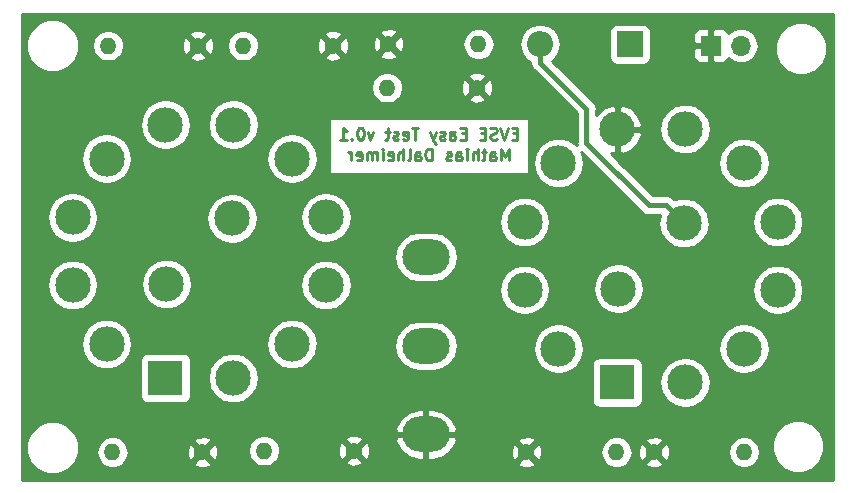
<source format=gbr>
G04 #@! TF.GenerationSoftware,KiCad,Pcbnew,5.0.1-33cea8e~68~ubuntu16.04.1*
G04 #@! TF.CreationDate,2018-12-21T13:37:05+01:00*
G04 #@! TF.ProjectId,EVSE-Easy-Test,455653452D456173792D546573742E6B,rev?*
G04 #@! TF.SameCoordinates,Original*
G04 #@! TF.FileFunction,Copper,L2,Bot,Signal*
G04 #@! TF.FilePolarity,Positive*
%FSLAX46Y46*%
G04 Gerber Fmt 4.6, Leading zero omitted, Abs format (unit mm)*
G04 Created by KiCad (PCBNEW 5.0.1-33cea8e~68~ubuntu16.04.1) date Fr 21 Dez 2018 13:37:05 CET*
%MOMM*%
%LPD*%
G01*
G04 APERTURE LIST*
G04 #@! TA.AperFunction,NonConductor*
%ADD10C,0.250000*%
G04 #@! TD*
G04 #@! TA.AperFunction,ComponentPad*
%ADD11O,3.000000X3.000000*%
G04 #@! TD*
G04 #@! TA.AperFunction,ComponentPad*
%ADD12R,3.000000X3.000000*%
G04 #@! TD*
G04 #@! TA.AperFunction,ComponentPad*
%ADD13R,2.200000X2.200000*%
G04 #@! TD*
G04 #@! TA.AperFunction,ComponentPad*
%ADD14O,2.200000X2.200000*%
G04 #@! TD*
G04 #@! TA.AperFunction,ComponentPad*
%ADD15R,1.700000X1.700000*%
G04 #@! TD*
G04 #@! TA.AperFunction,ComponentPad*
%ADD16O,1.700000X1.700000*%
G04 #@! TD*
G04 #@! TA.AperFunction,ComponentPad*
%ADD17C,1.400000*%
G04 #@! TD*
G04 #@! TA.AperFunction,ComponentPad*
%ADD18O,1.400000X1.400000*%
G04 #@! TD*
G04 #@! TA.AperFunction,ComponentPad*
%ADD19O,4.000000X3.000000*%
G04 #@! TD*
G04 #@! TA.AperFunction,ViaPad*
%ADD20C,0.800000*%
G04 #@! TD*
G04 #@! TA.AperFunction,Conductor*
%ADD21C,0.400000*%
G04 #@! TD*
G04 #@! TA.AperFunction,Conductor*
%ADD22C,0.254000*%
G04 #@! TD*
G04 APERTURE END LIST*
D10*
X83168190Y-51377571D02*
X82834857Y-51377571D01*
X82692000Y-51901380D02*
X83168190Y-51901380D01*
X83168190Y-50901380D01*
X82692000Y-50901380D01*
X82406285Y-50901380D02*
X82072952Y-51901380D01*
X81739619Y-50901380D01*
X81453904Y-51853761D02*
X81311047Y-51901380D01*
X81072952Y-51901380D01*
X80977714Y-51853761D01*
X80930095Y-51806142D01*
X80882476Y-51710904D01*
X80882476Y-51615666D01*
X80930095Y-51520428D01*
X80977714Y-51472809D01*
X81072952Y-51425190D01*
X81263428Y-51377571D01*
X81358666Y-51329952D01*
X81406285Y-51282333D01*
X81453904Y-51187095D01*
X81453904Y-51091857D01*
X81406285Y-50996619D01*
X81358666Y-50949000D01*
X81263428Y-50901380D01*
X81025333Y-50901380D01*
X80882476Y-50949000D01*
X80453904Y-51377571D02*
X80120571Y-51377571D01*
X79977714Y-51901380D02*
X80453904Y-51901380D01*
X80453904Y-50901380D01*
X79977714Y-50901380D01*
X78787238Y-51377571D02*
X78453904Y-51377571D01*
X78311047Y-51901380D02*
X78787238Y-51901380D01*
X78787238Y-50901380D01*
X78311047Y-50901380D01*
X77453904Y-51901380D02*
X77453904Y-51377571D01*
X77501523Y-51282333D01*
X77596761Y-51234714D01*
X77787238Y-51234714D01*
X77882476Y-51282333D01*
X77453904Y-51853761D02*
X77549142Y-51901380D01*
X77787238Y-51901380D01*
X77882476Y-51853761D01*
X77930095Y-51758523D01*
X77930095Y-51663285D01*
X77882476Y-51568047D01*
X77787238Y-51520428D01*
X77549142Y-51520428D01*
X77453904Y-51472809D01*
X77025333Y-51853761D02*
X76930095Y-51901380D01*
X76739619Y-51901380D01*
X76644380Y-51853761D01*
X76596761Y-51758523D01*
X76596761Y-51710904D01*
X76644380Y-51615666D01*
X76739619Y-51568047D01*
X76882476Y-51568047D01*
X76977714Y-51520428D01*
X77025333Y-51425190D01*
X77025333Y-51377571D01*
X76977714Y-51282333D01*
X76882476Y-51234714D01*
X76739619Y-51234714D01*
X76644380Y-51282333D01*
X76263428Y-51234714D02*
X76025333Y-51901380D01*
X75787238Y-51234714D02*
X76025333Y-51901380D01*
X76120571Y-52139476D01*
X76168190Y-52187095D01*
X76263428Y-52234714D01*
X74787238Y-50901380D02*
X74215809Y-50901380D01*
X74501523Y-51901380D02*
X74501523Y-50901380D01*
X73501523Y-51853761D02*
X73596761Y-51901380D01*
X73787238Y-51901380D01*
X73882476Y-51853761D01*
X73930095Y-51758523D01*
X73930095Y-51377571D01*
X73882476Y-51282333D01*
X73787238Y-51234714D01*
X73596761Y-51234714D01*
X73501523Y-51282333D01*
X73453904Y-51377571D01*
X73453904Y-51472809D01*
X73930095Y-51568047D01*
X73072952Y-51853761D02*
X72977714Y-51901380D01*
X72787238Y-51901380D01*
X72692000Y-51853761D01*
X72644380Y-51758523D01*
X72644380Y-51710904D01*
X72692000Y-51615666D01*
X72787238Y-51568047D01*
X72930095Y-51568047D01*
X73025333Y-51520428D01*
X73072952Y-51425190D01*
X73072952Y-51377571D01*
X73025333Y-51282333D01*
X72930095Y-51234714D01*
X72787238Y-51234714D01*
X72692000Y-51282333D01*
X72358666Y-51234714D02*
X71977714Y-51234714D01*
X72215809Y-50901380D02*
X72215809Y-51758523D01*
X72168190Y-51853761D01*
X72072952Y-51901380D01*
X71977714Y-51901380D01*
X70977714Y-51234714D02*
X70739619Y-51901380D01*
X70501523Y-51234714D01*
X69930095Y-50901380D02*
X69834857Y-50901380D01*
X69739619Y-50949000D01*
X69692000Y-50996619D01*
X69644380Y-51091857D01*
X69596761Y-51282333D01*
X69596761Y-51520428D01*
X69644380Y-51710904D01*
X69692000Y-51806142D01*
X69739619Y-51853761D01*
X69834857Y-51901380D01*
X69930095Y-51901380D01*
X70025333Y-51853761D01*
X70072952Y-51806142D01*
X70120571Y-51710904D01*
X70168190Y-51520428D01*
X70168190Y-51282333D01*
X70120571Y-51091857D01*
X70072952Y-50996619D01*
X70025333Y-50949000D01*
X69930095Y-50901380D01*
X69168190Y-51806142D02*
X69120571Y-51853761D01*
X69168190Y-51901380D01*
X69215809Y-51853761D01*
X69168190Y-51806142D01*
X69168190Y-51901380D01*
X68168190Y-51901380D02*
X68739619Y-51901380D01*
X68453904Y-51901380D02*
X68453904Y-50901380D01*
X68549142Y-51044238D01*
X68644380Y-51139476D01*
X68739619Y-51187095D01*
X82430095Y-53651380D02*
X82430095Y-52651380D01*
X82096761Y-53365666D01*
X81763428Y-52651380D01*
X81763428Y-53651380D01*
X80858666Y-53651380D02*
X80858666Y-53127571D01*
X80906285Y-53032333D01*
X81001523Y-52984714D01*
X81192000Y-52984714D01*
X81287238Y-53032333D01*
X80858666Y-53603761D02*
X80953904Y-53651380D01*
X81192000Y-53651380D01*
X81287238Y-53603761D01*
X81334857Y-53508523D01*
X81334857Y-53413285D01*
X81287238Y-53318047D01*
X81192000Y-53270428D01*
X80953904Y-53270428D01*
X80858666Y-53222809D01*
X80525333Y-52984714D02*
X80144380Y-52984714D01*
X80382476Y-52651380D02*
X80382476Y-53508523D01*
X80334857Y-53603761D01*
X80239619Y-53651380D01*
X80144380Y-53651380D01*
X79811047Y-53651380D02*
X79811047Y-52651380D01*
X79382476Y-53651380D02*
X79382476Y-53127571D01*
X79430095Y-53032333D01*
X79525333Y-52984714D01*
X79668190Y-52984714D01*
X79763428Y-53032333D01*
X79811047Y-53079952D01*
X78906285Y-53651380D02*
X78906285Y-52984714D01*
X78906285Y-52651380D02*
X78953904Y-52699000D01*
X78906285Y-52746619D01*
X78858666Y-52699000D01*
X78906285Y-52651380D01*
X78906285Y-52746619D01*
X78001523Y-53651380D02*
X78001523Y-53127571D01*
X78049142Y-53032333D01*
X78144380Y-52984714D01*
X78334857Y-52984714D01*
X78430095Y-53032333D01*
X78001523Y-53603761D02*
X78096761Y-53651380D01*
X78334857Y-53651380D01*
X78430095Y-53603761D01*
X78477714Y-53508523D01*
X78477714Y-53413285D01*
X78430095Y-53318047D01*
X78334857Y-53270428D01*
X78096761Y-53270428D01*
X78001523Y-53222809D01*
X77572952Y-53603761D02*
X77477714Y-53651380D01*
X77287238Y-53651380D01*
X77192000Y-53603761D01*
X77144380Y-53508523D01*
X77144380Y-53460904D01*
X77192000Y-53365666D01*
X77287238Y-53318047D01*
X77430095Y-53318047D01*
X77525333Y-53270428D01*
X77572952Y-53175190D01*
X77572952Y-53127571D01*
X77525333Y-53032333D01*
X77430095Y-52984714D01*
X77287238Y-52984714D01*
X77192000Y-53032333D01*
X75953904Y-53651380D02*
X75953904Y-52651380D01*
X75715809Y-52651380D01*
X75572952Y-52699000D01*
X75477714Y-52794238D01*
X75430095Y-52889476D01*
X75382476Y-53079952D01*
X75382476Y-53222809D01*
X75430095Y-53413285D01*
X75477714Y-53508523D01*
X75572952Y-53603761D01*
X75715809Y-53651380D01*
X75953904Y-53651380D01*
X74525333Y-53651380D02*
X74525333Y-53127571D01*
X74572952Y-53032333D01*
X74668190Y-52984714D01*
X74858666Y-52984714D01*
X74953904Y-53032333D01*
X74525333Y-53603761D02*
X74620571Y-53651380D01*
X74858666Y-53651380D01*
X74953904Y-53603761D01*
X75001523Y-53508523D01*
X75001523Y-53413285D01*
X74953904Y-53318047D01*
X74858666Y-53270428D01*
X74620571Y-53270428D01*
X74525333Y-53222809D01*
X73906285Y-53651380D02*
X74001523Y-53603761D01*
X74049142Y-53508523D01*
X74049142Y-52651380D01*
X73525333Y-53651380D02*
X73525333Y-52651380D01*
X73096761Y-53651380D02*
X73096761Y-53127571D01*
X73144380Y-53032333D01*
X73239619Y-52984714D01*
X73382476Y-52984714D01*
X73477714Y-53032333D01*
X73525333Y-53079952D01*
X72239619Y-53603761D02*
X72334857Y-53651380D01*
X72525333Y-53651380D01*
X72620571Y-53603761D01*
X72668190Y-53508523D01*
X72668190Y-53127571D01*
X72620571Y-53032333D01*
X72525333Y-52984714D01*
X72334857Y-52984714D01*
X72239619Y-53032333D01*
X72192000Y-53127571D01*
X72192000Y-53222809D01*
X72668190Y-53318047D01*
X71763428Y-53651380D02*
X71763428Y-52984714D01*
X71763428Y-52651380D02*
X71811047Y-52699000D01*
X71763428Y-52746619D01*
X71715809Y-52699000D01*
X71763428Y-52651380D01*
X71763428Y-52746619D01*
X71287238Y-53651380D02*
X71287238Y-52984714D01*
X71287238Y-53079952D02*
X71239619Y-53032333D01*
X71144380Y-52984714D01*
X71001523Y-52984714D01*
X70906285Y-53032333D01*
X70858666Y-53127571D01*
X70858666Y-53651380D01*
X70858666Y-53127571D02*
X70811047Y-53032333D01*
X70715809Y-52984714D01*
X70572952Y-52984714D01*
X70477714Y-53032333D01*
X70430095Y-53127571D01*
X70430095Y-53651380D01*
X69572952Y-53603761D02*
X69668190Y-53651380D01*
X69858666Y-53651380D01*
X69953904Y-53603761D01*
X70001523Y-53508523D01*
X70001523Y-53127571D01*
X69953904Y-53032333D01*
X69858666Y-52984714D01*
X69668190Y-52984714D01*
X69572952Y-53032333D01*
X69525333Y-53127571D01*
X69525333Y-53222809D01*
X70001523Y-53318047D01*
X69096761Y-53651380D02*
X69096761Y-52984714D01*
X69096761Y-53175190D02*
X69049142Y-53079952D01*
X69001523Y-53032333D01*
X68906285Y-52984714D01*
X68811047Y-52984714D01*
D11*
G04 #@! TO.P,SW1,14*
G04 #@! TO.N,N/C*
X59027000Y-58575000D03*
G04 #@! TO.P,SW1,13*
G04 #@! TO.N,PP*
X53467000Y-64135000D03*
G04 #@! TO.P,SW1,6*
G04 #@! TO.N,Net-(R1-Pad2)*
X53374109Y-50633224D03*
G04 #@! TO.P,SW1,5*
G04 #@! TO.N,Net-(R2-Pad2)*
X48398115Y-53506115D03*
G04 #@! TO.P,SW1,4*
G04 #@! TO.N,Net-(R4-Pad2)*
X45525224Y-58482109D03*
G04 #@! TO.P,SW1,3*
G04 #@! TO.N,Net-(R5-Pad2)*
X45525224Y-64227891D03*
G04 #@! TO.P,SW1,2*
G04 #@! TO.N,Net-(R8-Pad2)*
X48398115Y-69203885D03*
D12*
G04 #@! TO.P,SW1,1*
G04 #@! TO.N,N/C*
X53374109Y-72076776D03*
D11*
G04 #@! TO.P,SW1,12*
X59119891Y-72076776D03*
G04 #@! TO.P,SW1,11*
X64095885Y-69203885D03*
G04 #@! TO.P,SW1,10*
X66968776Y-64227891D03*
G04 #@! TO.P,SW1,9*
X66968776Y-58482109D03*
G04 #@! TO.P,SW1,8*
X64095885Y-53506115D03*
G04 #@! TO.P,SW1,7*
X59119891Y-50633224D03*
G04 #@! TD*
G04 #@! TO.P,SW2,7*
G04 #@! TO.N,Net-(R7-Pad2)*
X97374891Y-51014224D03*
G04 #@! TO.P,SW2,8*
G04 #@! TO.N,N/C*
X102350885Y-53887115D03*
G04 #@! TO.P,SW2,9*
X105223776Y-58863109D03*
G04 #@! TO.P,SW2,10*
G04 #@! TO.N,Net-(R7-Pad2)*
X105223776Y-64608891D03*
G04 #@! TO.P,SW2,11*
G04 #@! TO.N,Net-(R3-Pad2)*
X102350885Y-69584885D03*
G04 #@! TO.P,SW2,12*
G04 #@! TO.N,N/C*
X97374891Y-72457776D03*
D12*
G04 #@! TO.P,SW2,1*
G04 #@! TO.N,Net-(D1-Pad2)*
X91629109Y-72457776D03*
D11*
G04 #@! TO.P,SW2,2*
G04 #@! TO.N,N/C*
X86653115Y-69584885D03*
G04 #@! TO.P,SW2,3*
G04 #@! TO.N,Net-(D1-Pad1)*
X83780224Y-64608891D03*
G04 #@! TO.P,SW2,4*
X83780224Y-58863109D03*
G04 #@! TO.P,SW2,5*
X86653115Y-53887115D03*
G04 #@! TO.P,SW2,6*
G04 #@! TO.N,PE*
X91629109Y-51014224D03*
G04 #@! TO.P,SW2,13*
G04 #@! TO.N,CP*
X91722000Y-64516000D03*
G04 #@! TO.P,SW2,14*
G04 #@! TO.N,Net-(D1-Pad2)*
X97282000Y-58956000D03*
G04 #@! TD*
D13*
G04 #@! TO.P,D1,1*
G04 #@! TO.N,Net-(D1-Pad1)*
X92710000Y-43815000D03*
D14*
G04 #@! TO.P,D1,2*
G04 #@! TO.N,Net-(D1-Pad2)*
X85090000Y-43815000D03*
G04 #@! TD*
D15*
G04 #@! TO.P,J2,1*
G04 #@! TO.N,PE*
X99568000Y-43942000D03*
D16*
G04 #@! TO.P,J2,2*
G04 #@! TO.N,CP*
X102108000Y-43942000D03*
G04 #@! TD*
D17*
G04 #@! TO.P,R1,1*
G04 #@! TO.N,PE*
X67564000Y-43942000D03*
D18*
G04 #@! TO.P,R1,2*
G04 #@! TO.N,Net-(R1-Pad2)*
X59944000Y-43942000D03*
G04 #@! TD*
D17*
G04 #@! TO.P,R2,1*
G04 #@! TO.N,PE*
X56134000Y-43942000D03*
D18*
G04 #@! TO.P,R2,2*
G04 #@! TO.N,Net-(R2-Pad2)*
X48514000Y-43942000D03*
G04 #@! TD*
D17*
G04 #@! TO.P,R3,1*
G04 #@! TO.N,PE*
X94742000Y-78359000D03*
D18*
G04 #@! TO.P,R3,2*
G04 #@! TO.N,Net-(R3-Pad2)*
X102362000Y-78359000D03*
G04 #@! TD*
G04 #@! TO.P,R4,2*
G04 #@! TO.N,Net-(R4-Pad2)*
X72136000Y-47498000D03*
D17*
G04 #@! TO.P,R4,1*
G04 #@! TO.N,PE*
X79756000Y-47498000D03*
G04 #@! TD*
G04 #@! TO.P,R5,1*
G04 #@! TO.N,PE*
X56515000Y-78359000D03*
D18*
G04 #@! TO.P,R5,2*
G04 #@! TO.N,Net-(R5-Pad2)*
X48895000Y-78359000D03*
G04 #@! TD*
G04 #@! TO.P,R6,2*
G04 #@! TO.N,Net-(D1-Pad2)*
X79883000Y-43815000D03*
D17*
G04 #@! TO.P,R6,1*
G04 #@! TO.N,PE*
X72263000Y-43815000D03*
G04 #@! TD*
D18*
G04 #@! TO.P,R7,2*
G04 #@! TO.N,Net-(R7-Pad2)*
X91567000Y-78359000D03*
D17*
G04 #@! TO.P,R7,1*
G04 #@! TO.N,PE*
X83947000Y-78359000D03*
G04 #@! TD*
D18*
G04 #@! TO.P,R8,2*
G04 #@! TO.N,Net-(R8-Pad2)*
X61722000Y-78232000D03*
D17*
G04 #@! TO.P,R8,1*
G04 #@! TO.N,PE*
X69342000Y-78232000D03*
G04 #@! TD*
D19*
G04 #@! TO.P,J1,1*
G04 #@! TO.N,PE*
X75438000Y-76849000D03*
G04 #@! TO.P,J1,2*
G04 #@! TO.N,CP*
X75438000Y-69349000D03*
G04 #@! TO.P,J1,3*
G04 #@! TO.N,PP*
X75438000Y-61849000D03*
G04 #@! TD*
D20*
G04 #@! TO.N,PE*
X99695000Y-61722000D03*
X95123000Y-63119000D03*
X96139000Y-55372000D03*
X90043000Y-68453000D03*
X99441000Y-68580000D03*
X89535000Y-59055000D03*
X93853000Y-46990000D03*
X102489000Y-46990000D03*
X99441000Y-76835000D03*
X84074000Y-73914000D03*
X84074000Y-49403000D03*
X79883000Y-55372000D03*
X53848000Y-53848000D03*
X62992000Y-57150000D03*
X50165000Y-60706000D03*
X58928000Y-66675000D03*
X48514000Y-73914000D03*
X52324000Y-47117000D03*
X69342000Y-73152000D03*
G04 #@! TD*
D21*
G04 #@! TO.N,Net-(D1-Pad2)*
X85090000Y-45370634D02*
X89027000Y-49307634D01*
X85090000Y-43815000D02*
X85090000Y-45370634D01*
X89027000Y-49307634D02*
X89027000Y-52197000D01*
X94286001Y-57456001D02*
X95782001Y-57456001D01*
X95782001Y-57456001D02*
X97282000Y-58956000D01*
X89027000Y-52197000D02*
X94286001Y-57456001D01*
G04 #@! TD*
D22*
G04 #@! TO.N,PE*
G36*
X109907000Y-80697000D02*
X41223000Y-80697000D01*
X41223000Y-77533431D01*
X41580000Y-77533431D01*
X41580000Y-78422569D01*
X41920259Y-79244026D01*
X42548974Y-79872741D01*
X43370431Y-80213000D01*
X44259569Y-80213000D01*
X45081026Y-79872741D01*
X45709741Y-79244026D01*
X46050000Y-78422569D01*
X46050000Y-78359000D01*
X47533846Y-78359000D01*
X47637458Y-78879891D01*
X47932519Y-79321481D01*
X48374109Y-79616542D01*
X48763515Y-79694000D01*
X49026485Y-79694000D01*
X49415891Y-79616542D01*
X49857481Y-79321481D01*
X49875659Y-79294275D01*
X55759331Y-79294275D01*
X55821169Y-79530042D01*
X56322122Y-79706419D01*
X56852440Y-79677664D01*
X57208831Y-79530042D01*
X57270669Y-79294275D01*
X56515000Y-78538605D01*
X55759331Y-79294275D01*
X49875659Y-79294275D01*
X50152542Y-78879891D01*
X50256154Y-78359000D01*
X50217789Y-78166122D01*
X55167581Y-78166122D01*
X55196336Y-78696440D01*
X55343958Y-79052831D01*
X55579725Y-79114669D01*
X56335395Y-78359000D01*
X56694605Y-78359000D01*
X57450275Y-79114669D01*
X57686042Y-79052831D01*
X57862419Y-78551878D01*
X57845075Y-78232000D01*
X60360846Y-78232000D01*
X60464458Y-78752891D01*
X60759519Y-79194481D01*
X61201109Y-79489542D01*
X61590515Y-79567000D01*
X61853485Y-79567000D01*
X62242891Y-79489542D01*
X62684481Y-79194481D01*
X62702659Y-79167275D01*
X68586331Y-79167275D01*
X68648169Y-79403042D01*
X69149122Y-79579419D01*
X69679440Y-79550664D01*
X70035831Y-79403042D01*
X70064358Y-79294275D01*
X83191331Y-79294275D01*
X83253169Y-79530042D01*
X83754122Y-79706419D01*
X84284440Y-79677664D01*
X84640831Y-79530042D01*
X84702669Y-79294275D01*
X83947000Y-78538605D01*
X83191331Y-79294275D01*
X70064358Y-79294275D01*
X70097669Y-79167275D01*
X69342000Y-78411605D01*
X68586331Y-79167275D01*
X62702659Y-79167275D01*
X62979542Y-78752891D01*
X63083154Y-78232000D01*
X63044789Y-78039122D01*
X67994581Y-78039122D01*
X68023336Y-78569440D01*
X68170958Y-78925831D01*
X68406725Y-78987669D01*
X69162395Y-78232000D01*
X69521605Y-78232000D01*
X70277275Y-78987669D01*
X70513042Y-78925831D01*
X70689419Y-78424878D01*
X70660664Y-77894560D01*
X70513042Y-77538169D01*
X70277275Y-77476331D01*
X69521605Y-78232000D01*
X69162395Y-78232000D01*
X68406725Y-77476331D01*
X68170958Y-77538169D01*
X67994581Y-78039122D01*
X63044789Y-78039122D01*
X62979542Y-77711109D01*
X62702660Y-77296725D01*
X68586331Y-77296725D01*
X69342000Y-78052395D01*
X70086561Y-77307833D01*
X72852887Y-77307833D01*
X72916916Y-77548696D01*
X73338524Y-78268870D01*
X74003638Y-78772882D01*
X74811000Y-78984000D01*
X75311000Y-78984000D01*
X75311000Y-76976000D01*
X75565000Y-76976000D01*
X75565000Y-78984000D01*
X76065000Y-78984000D01*
X76872362Y-78772882D01*
X77537476Y-78268870D01*
X77597627Y-78166122D01*
X82599581Y-78166122D01*
X82628336Y-78696440D01*
X82775958Y-79052831D01*
X83011725Y-79114669D01*
X83767395Y-78359000D01*
X84126605Y-78359000D01*
X84882275Y-79114669D01*
X85118042Y-79052831D01*
X85294419Y-78551878D01*
X85283961Y-78359000D01*
X90205846Y-78359000D01*
X90309458Y-78879891D01*
X90604519Y-79321481D01*
X91046109Y-79616542D01*
X91435515Y-79694000D01*
X91698485Y-79694000D01*
X92087891Y-79616542D01*
X92529481Y-79321481D01*
X92547659Y-79294275D01*
X93986331Y-79294275D01*
X94048169Y-79530042D01*
X94549122Y-79706419D01*
X95079440Y-79677664D01*
X95435831Y-79530042D01*
X95497669Y-79294275D01*
X94742000Y-78538605D01*
X93986331Y-79294275D01*
X92547659Y-79294275D01*
X92824542Y-78879891D01*
X92928154Y-78359000D01*
X92889789Y-78166122D01*
X93394581Y-78166122D01*
X93423336Y-78696440D01*
X93570958Y-79052831D01*
X93806725Y-79114669D01*
X94562395Y-78359000D01*
X94921605Y-78359000D01*
X95677275Y-79114669D01*
X95913042Y-79052831D01*
X96089419Y-78551878D01*
X96078961Y-78359000D01*
X101000846Y-78359000D01*
X101104458Y-78879891D01*
X101399519Y-79321481D01*
X101841109Y-79616542D01*
X102230515Y-79694000D01*
X102493485Y-79694000D01*
X102882891Y-79616542D01*
X103324481Y-79321481D01*
X103619542Y-78879891D01*
X103723154Y-78359000D01*
X103619542Y-77838109D01*
X103331104Y-77406431D01*
X104699000Y-77406431D01*
X104699000Y-78295569D01*
X105039259Y-79117026D01*
X105667974Y-79745741D01*
X106489431Y-80086000D01*
X107378569Y-80086000D01*
X108200026Y-79745741D01*
X108828741Y-79117026D01*
X109169000Y-78295569D01*
X109169000Y-77406431D01*
X108828741Y-76584974D01*
X108200026Y-75956259D01*
X107378569Y-75616000D01*
X106489431Y-75616000D01*
X105667974Y-75956259D01*
X105039259Y-76584974D01*
X104699000Y-77406431D01*
X103331104Y-77406431D01*
X103324481Y-77396519D01*
X102882891Y-77101458D01*
X102493485Y-77024000D01*
X102230515Y-77024000D01*
X101841109Y-77101458D01*
X101399519Y-77396519D01*
X101104458Y-77838109D01*
X101000846Y-78359000D01*
X96078961Y-78359000D01*
X96060664Y-78021560D01*
X95913042Y-77665169D01*
X95677275Y-77603331D01*
X94921605Y-78359000D01*
X94562395Y-78359000D01*
X93806725Y-77603331D01*
X93570958Y-77665169D01*
X93394581Y-78166122D01*
X92889789Y-78166122D01*
X92824542Y-77838109D01*
X92547660Y-77423725D01*
X93986331Y-77423725D01*
X94742000Y-78179395D01*
X95497669Y-77423725D01*
X95435831Y-77187958D01*
X94934878Y-77011581D01*
X94404560Y-77040336D01*
X94048169Y-77187958D01*
X93986331Y-77423725D01*
X92547660Y-77423725D01*
X92529481Y-77396519D01*
X92087891Y-77101458D01*
X91698485Y-77024000D01*
X91435515Y-77024000D01*
X91046109Y-77101458D01*
X90604519Y-77396519D01*
X90309458Y-77838109D01*
X90205846Y-78359000D01*
X85283961Y-78359000D01*
X85265664Y-78021560D01*
X85118042Y-77665169D01*
X84882275Y-77603331D01*
X84126605Y-78359000D01*
X83767395Y-78359000D01*
X83011725Y-77603331D01*
X82775958Y-77665169D01*
X82599581Y-78166122D01*
X77597627Y-78166122D01*
X77959084Y-77548696D01*
X77992305Y-77423725D01*
X83191331Y-77423725D01*
X83947000Y-78179395D01*
X84702669Y-77423725D01*
X84640831Y-77187958D01*
X84139878Y-77011581D01*
X83609560Y-77040336D01*
X83253169Y-77187958D01*
X83191331Y-77423725D01*
X77992305Y-77423725D01*
X78023113Y-77307833D01*
X77910165Y-76976000D01*
X75565000Y-76976000D01*
X75311000Y-76976000D01*
X72965835Y-76976000D01*
X72852887Y-77307833D01*
X70086561Y-77307833D01*
X70097669Y-77296725D01*
X70035831Y-77060958D01*
X69534878Y-76884581D01*
X69004560Y-76913336D01*
X68648169Y-77060958D01*
X68586331Y-77296725D01*
X62702660Y-77296725D01*
X62684481Y-77269519D01*
X62242891Y-76974458D01*
X61853485Y-76897000D01*
X61590515Y-76897000D01*
X61201109Y-76974458D01*
X60759519Y-77269519D01*
X60464458Y-77711109D01*
X60360846Y-78232000D01*
X57845075Y-78232000D01*
X57833664Y-78021560D01*
X57686042Y-77665169D01*
X57450275Y-77603331D01*
X56694605Y-78359000D01*
X56335395Y-78359000D01*
X55579725Y-77603331D01*
X55343958Y-77665169D01*
X55167581Y-78166122D01*
X50217789Y-78166122D01*
X50152542Y-77838109D01*
X49875660Y-77423725D01*
X55759331Y-77423725D01*
X56515000Y-78179395D01*
X57270669Y-77423725D01*
X57208831Y-77187958D01*
X56707878Y-77011581D01*
X56177560Y-77040336D01*
X55821169Y-77187958D01*
X55759331Y-77423725D01*
X49875660Y-77423725D01*
X49857481Y-77396519D01*
X49415891Y-77101458D01*
X49026485Y-77024000D01*
X48763515Y-77024000D01*
X48374109Y-77101458D01*
X47932519Y-77396519D01*
X47637458Y-77838109D01*
X47533846Y-78359000D01*
X46050000Y-78359000D01*
X46050000Y-77533431D01*
X45709741Y-76711974D01*
X45387934Y-76390167D01*
X72852887Y-76390167D01*
X72965835Y-76722000D01*
X75311000Y-76722000D01*
X75311000Y-74714000D01*
X75565000Y-74714000D01*
X75565000Y-76722000D01*
X77910165Y-76722000D01*
X78023113Y-76390167D01*
X77959084Y-76149304D01*
X77537476Y-75429130D01*
X76872362Y-74925118D01*
X76065000Y-74714000D01*
X75565000Y-74714000D01*
X75311000Y-74714000D01*
X74811000Y-74714000D01*
X74003638Y-74925118D01*
X73338524Y-75429130D01*
X72916916Y-76149304D01*
X72852887Y-76390167D01*
X45387934Y-76390167D01*
X45081026Y-76083259D01*
X44259569Y-75743000D01*
X43370431Y-75743000D01*
X42548974Y-76083259D01*
X41920259Y-76711974D01*
X41580000Y-77533431D01*
X41223000Y-77533431D01*
X41223000Y-69203885D01*
X46221288Y-69203885D01*
X46386989Y-70036921D01*
X46858866Y-70743134D01*
X47565079Y-71215011D01*
X48187836Y-71338885D01*
X48608394Y-71338885D01*
X49231151Y-71215011D01*
X49937364Y-70743134D01*
X50048520Y-70576776D01*
X51226669Y-70576776D01*
X51226669Y-73576776D01*
X51275952Y-73824541D01*
X51416300Y-74034585D01*
X51626344Y-74174933D01*
X51874109Y-74224216D01*
X54874109Y-74224216D01*
X55121874Y-74174933D01*
X55331918Y-74034585D01*
X55472266Y-73824541D01*
X55521549Y-73576776D01*
X55521549Y-72076776D01*
X56943064Y-72076776D01*
X57108765Y-72909812D01*
X57580642Y-73616025D01*
X58286855Y-74087902D01*
X58909612Y-74211776D01*
X59330170Y-74211776D01*
X59952927Y-74087902D01*
X60659140Y-73616025D01*
X61131017Y-72909812D01*
X61296718Y-72076776D01*
X61131017Y-71243740D01*
X60659140Y-70537527D01*
X59952927Y-70065650D01*
X59330170Y-69941776D01*
X58909612Y-69941776D01*
X58286855Y-70065650D01*
X57580642Y-70537527D01*
X57108765Y-71243740D01*
X56943064Y-72076776D01*
X55521549Y-72076776D01*
X55521549Y-70576776D01*
X55472266Y-70329011D01*
X55331918Y-70118967D01*
X55121874Y-69978619D01*
X54874109Y-69929336D01*
X51874109Y-69929336D01*
X51626344Y-69978619D01*
X51416300Y-70118967D01*
X51275952Y-70329011D01*
X51226669Y-70576776D01*
X50048520Y-70576776D01*
X50409241Y-70036921D01*
X50574942Y-69203885D01*
X61919058Y-69203885D01*
X62084759Y-70036921D01*
X62556636Y-70743134D01*
X63262849Y-71215011D01*
X63885606Y-71338885D01*
X64306164Y-71338885D01*
X64928921Y-71215011D01*
X65635134Y-70743134D01*
X66107011Y-70036921D01*
X66243846Y-69349000D01*
X72761173Y-69349000D01*
X72926874Y-70182036D01*
X73398751Y-70888249D01*
X74104964Y-71360126D01*
X74727721Y-71484000D01*
X76148279Y-71484000D01*
X76771036Y-71360126D01*
X77477249Y-70888249D01*
X77949126Y-70182036D01*
X78067906Y-69584885D01*
X84476288Y-69584885D01*
X84641989Y-70417921D01*
X85113866Y-71124134D01*
X85820079Y-71596011D01*
X86442836Y-71719885D01*
X86863394Y-71719885D01*
X87486151Y-71596011D01*
X88192364Y-71124134D01*
X88303520Y-70957776D01*
X89481669Y-70957776D01*
X89481669Y-73957776D01*
X89530952Y-74205541D01*
X89671300Y-74415585D01*
X89881344Y-74555933D01*
X90129109Y-74605216D01*
X93129109Y-74605216D01*
X93376874Y-74555933D01*
X93586918Y-74415585D01*
X93727266Y-74205541D01*
X93776549Y-73957776D01*
X93776549Y-72457776D01*
X95198064Y-72457776D01*
X95363765Y-73290812D01*
X95835642Y-73997025D01*
X96541855Y-74468902D01*
X97164612Y-74592776D01*
X97585170Y-74592776D01*
X98207927Y-74468902D01*
X98914140Y-73997025D01*
X99386017Y-73290812D01*
X99551718Y-72457776D01*
X99386017Y-71624740D01*
X98914140Y-70918527D01*
X98207927Y-70446650D01*
X97585170Y-70322776D01*
X97164612Y-70322776D01*
X96541855Y-70446650D01*
X95835642Y-70918527D01*
X95363765Y-71624740D01*
X95198064Y-72457776D01*
X93776549Y-72457776D01*
X93776549Y-70957776D01*
X93727266Y-70710011D01*
X93586918Y-70499967D01*
X93376874Y-70359619D01*
X93129109Y-70310336D01*
X90129109Y-70310336D01*
X89881344Y-70359619D01*
X89671300Y-70499967D01*
X89530952Y-70710011D01*
X89481669Y-70957776D01*
X88303520Y-70957776D01*
X88664241Y-70417921D01*
X88829942Y-69584885D01*
X100174058Y-69584885D01*
X100339759Y-70417921D01*
X100811636Y-71124134D01*
X101517849Y-71596011D01*
X102140606Y-71719885D01*
X102561164Y-71719885D01*
X103183921Y-71596011D01*
X103890134Y-71124134D01*
X104362011Y-70417921D01*
X104527712Y-69584885D01*
X104362011Y-68751849D01*
X103890134Y-68045636D01*
X103183921Y-67573759D01*
X102561164Y-67449885D01*
X102140606Y-67449885D01*
X101517849Y-67573759D01*
X100811636Y-68045636D01*
X100339759Y-68751849D01*
X100174058Y-69584885D01*
X88829942Y-69584885D01*
X88664241Y-68751849D01*
X88192364Y-68045636D01*
X87486151Y-67573759D01*
X86863394Y-67449885D01*
X86442836Y-67449885D01*
X85820079Y-67573759D01*
X85113866Y-68045636D01*
X84641989Y-68751849D01*
X84476288Y-69584885D01*
X78067906Y-69584885D01*
X78114827Y-69349000D01*
X77949126Y-68515964D01*
X77477249Y-67809751D01*
X76771036Y-67337874D01*
X76148279Y-67214000D01*
X74727721Y-67214000D01*
X74104964Y-67337874D01*
X73398751Y-67809751D01*
X72926874Y-68515964D01*
X72761173Y-69349000D01*
X66243846Y-69349000D01*
X66272712Y-69203885D01*
X66107011Y-68370849D01*
X65635134Y-67664636D01*
X64928921Y-67192759D01*
X64306164Y-67068885D01*
X63885606Y-67068885D01*
X63262849Y-67192759D01*
X62556636Y-67664636D01*
X62084759Y-68370849D01*
X61919058Y-69203885D01*
X50574942Y-69203885D01*
X50409241Y-68370849D01*
X49937364Y-67664636D01*
X49231151Y-67192759D01*
X48608394Y-67068885D01*
X48187836Y-67068885D01*
X47565079Y-67192759D01*
X46858866Y-67664636D01*
X46386989Y-68370849D01*
X46221288Y-69203885D01*
X41223000Y-69203885D01*
X41223000Y-64227891D01*
X43348397Y-64227891D01*
X43514098Y-65060927D01*
X43985975Y-65767140D01*
X44692188Y-66239017D01*
X45314945Y-66362891D01*
X45735503Y-66362891D01*
X46358260Y-66239017D01*
X47064473Y-65767140D01*
X47536350Y-65060927D01*
X47702051Y-64227891D01*
X47683574Y-64135000D01*
X51290173Y-64135000D01*
X51455874Y-64968036D01*
X51927751Y-65674249D01*
X52633964Y-66146126D01*
X53256721Y-66270000D01*
X53677279Y-66270000D01*
X54300036Y-66146126D01*
X55006249Y-65674249D01*
X55478126Y-64968036D01*
X55625349Y-64227891D01*
X64791949Y-64227891D01*
X64957650Y-65060927D01*
X65429527Y-65767140D01*
X66135740Y-66239017D01*
X66758497Y-66362891D01*
X67179055Y-66362891D01*
X67801812Y-66239017D01*
X68508025Y-65767140D01*
X68979902Y-65060927D01*
X69069817Y-64608891D01*
X81603397Y-64608891D01*
X81769098Y-65441927D01*
X82240975Y-66148140D01*
X82947188Y-66620017D01*
X83569945Y-66743891D01*
X83990503Y-66743891D01*
X84613260Y-66620017D01*
X85319473Y-66148140D01*
X85791350Y-65441927D01*
X85957051Y-64608891D01*
X85938574Y-64516000D01*
X89545173Y-64516000D01*
X89710874Y-65349036D01*
X90182751Y-66055249D01*
X90888964Y-66527126D01*
X91511721Y-66651000D01*
X91932279Y-66651000D01*
X92555036Y-66527126D01*
X93261249Y-66055249D01*
X93733126Y-65349036D01*
X93880349Y-64608891D01*
X103046949Y-64608891D01*
X103212650Y-65441927D01*
X103684527Y-66148140D01*
X104390740Y-66620017D01*
X105013497Y-66743891D01*
X105434055Y-66743891D01*
X106056812Y-66620017D01*
X106763025Y-66148140D01*
X107234902Y-65441927D01*
X107400603Y-64608891D01*
X107234902Y-63775855D01*
X106763025Y-63069642D01*
X106056812Y-62597765D01*
X105434055Y-62473891D01*
X105013497Y-62473891D01*
X104390740Y-62597765D01*
X103684527Y-63069642D01*
X103212650Y-63775855D01*
X103046949Y-64608891D01*
X93880349Y-64608891D01*
X93898827Y-64516000D01*
X93733126Y-63682964D01*
X93261249Y-62976751D01*
X92555036Y-62504874D01*
X91932279Y-62381000D01*
X91511721Y-62381000D01*
X90888964Y-62504874D01*
X90182751Y-62976751D01*
X89710874Y-63682964D01*
X89545173Y-64516000D01*
X85938574Y-64516000D01*
X85791350Y-63775855D01*
X85319473Y-63069642D01*
X84613260Y-62597765D01*
X83990503Y-62473891D01*
X83569945Y-62473891D01*
X82947188Y-62597765D01*
X82240975Y-63069642D01*
X81769098Y-63775855D01*
X81603397Y-64608891D01*
X69069817Y-64608891D01*
X69145603Y-64227891D01*
X68979902Y-63394855D01*
X68508025Y-62688642D01*
X67801812Y-62216765D01*
X67179055Y-62092891D01*
X66758497Y-62092891D01*
X66135740Y-62216765D01*
X65429527Y-62688642D01*
X64957650Y-63394855D01*
X64791949Y-64227891D01*
X55625349Y-64227891D01*
X55643827Y-64135000D01*
X55478126Y-63301964D01*
X55006249Y-62595751D01*
X54300036Y-62123874D01*
X53677279Y-62000000D01*
X53256721Y-62000000D01*
X52633964Y-62123874D01*
X51927751Y-62595751D01*
X51455874Y-63301964D01*
X51290173Y-64135000D01*
X47683574Y-64135000D01*
X47536350Y-63394855D01*
X47064473Y-62688642D01*
X46358260Y-62216765D01*
X45735503Y-62092891D01*
X45314945Y-62092891D01*
X44692188Y-62216765D01*
X43985975Y-62688642D01*
X43514098Y-63394855D01*
X43348397Y-64227891D01*
X41223000Y-64227891D01*
X41223000Y-61849000D01*
X72761173Y-61849000D01*
X72926874Y-62682036D01*
X73398751Y-63388249D01*
X74104964Y-63860126D01*
X74727721Y-63984000D01*
X76148279Y-63984000D01*
X76771036Y-63860126D01*
X77477249Y-63388249D01*
X77949126Y-62682036D01*
X78114827Y-61849000D01*
X77949126Y-61015964D01*
X77477249Y-60309751D01*
X76771036Y-59837874D01*
X76148279Y-59714000D01*
X74727721Y-59714000D01*
X74104964Y-59837874D01*
X73398751Y-60309751D01*
X72926874Y-61015964D01*
X72761173Y-61849000D01*
X41223000Y-61849000D01*
X41223000Y-58482109D01*
X43348397Y-58482109D01*
X43514098Y-59315145D01*
X43985975Y-60021358D01*
X44692188Y-60493235D01*
X45314945Y-60617109D01*
X45735503Y-60617109D01*
X46358260Y-60493235D01*
X47064473Y-60021358D01*
X47536350Y-59315145D01*
X47683573Y-58575000D01*
X56850173Y-58575000D01*
X57015874Y-59408036D01*
X57487751Y-60114249D01*
X58193964Y-60586126D01*
X58816721Y-60710000D01*
X59237279Y-60710000D01*
X59860036Y-60586126D01*
X60566249Y-60114249D01*
X61038126Y-59408036D01*
X61203827Y-58575000D01*
X61185350Y-58482109D01*
X64791949Y-58482109D01*
X64957650Y-59315145D01*
X65429527Y-60021358D01*
X66135740Y-60493235D01*
X66758497Y-60617109D01*
X67179055Y-60617109D01*
X67801812Y-60493235D01*
X68508025Y-60021358D01*
X68979902Y-59315145D01*
X69069817Y-58863109D01*
X81603397Y-58863109D01*
X81769098Y-59696145D01*
X82240975Y-60402358D01*
X82947188Y-60874235D01*
X83569945Y-60998109D01*
X83990503Y-60998109D01*
X84613260Y-60874235D01*
X85319473Y-60402358D01*
X85791350Y-59696145D01*
X85957051Y-58863109D01*
X85791350Y-58030073D01*
X85319473Y-57323860D01*
X84613260Y-56851983D01*
X83990503Y-56728109D01*
X83569945Y-56728109D01*
X82947188Y-56851983D01*
X82240975Y-57323860D01*
X81769098Y-58030073D01*
X81603397Y-58863109D01*
X69069817Y-58863109D01*
X69145603Y-58482109D01*
X68979902Y-57649073D01*
X68508025Y-56942860D01*
X67801812Y-56470983D01*
X67179055Y-56347109D01*
X66758497Y-56347109D01*
X66135740Y-56470983D01*
X65429527Y-56942860D01*
X64957650Y-57649073D01*
X64791949Y-58482109D01*
X61185350Y-58482109D01*
X61038126Y-57741964D01*
X60566249Y-57035751D01*
X59860036Y-56563874D01*
X59237279Y-56440000D01*
X58816721Y-56440000D01*
X58193964Y-56563874D01*
X57487751Y-57035751D01*
X57015874Y-57741964D01*
X56850173Y-58575000D01*
X47683573Y-58575000D01*
X47702051Y-58482109D01*
X47536350Y-57649073D01*
X47064473Y-56942860D01*
X46358260Y-56470983D01*
X45735503Y-56347109D01*
X45314945Y-56347109D01*
X44692188Y-56470983D01*
X43985975Y-56942860D01*
X43514098Y-57649073D01*
X43348397Y-58482109D01*
X41223000Y-58482109D01*
X41223000Y-53506115D01*
X46221288Y-53506115D01*
X46386989Y-54339151D01*
X46858866Y-55045364D01*
X47565079Y-55517241D01*
X48187836Y-55641115D01*
X48608394Y-55641115D01*
X49231151Y-55517241D01*
X49937364Y-55045364D01*
X50409241Y-54339151D01*
X50574942Y-53506115D01*
X61919058Y-53506115D01*
X62084759Y-54339151D01*
X62556636Y-55045364D01*
X63262849Y-55517241D01*
X63885606Y-55641115D01*
X64306164Y-55641115D01*
X64928921Y-55517241D01*
X65635134Y-55045364D01*
X66107011Y-54339151D01*
X66272712Y-53506115D01*
X66107011Y-52673079D01*
X65635134Y-51966866D01*
X64928921Y-51494989D01*
X64306164Y-51371115D01*
X63885606Y-51371115D01*
X63262849Y-51494989D01*
X62556636Y-51966866D01*
X62084759Y-52673079D01*
X61919058Y-53506115D01*
X50574942Y-53506115D01*
X50409241Y-52673079D01*
X49937364Y-51966866D01*
X49231151Y-51494989D01*
X48608394Y-51371115D01*
X48187836Y-51371115D01*
X47565079Y-51494989D01*
X46858866Y-51966866D01*
X46386989Y-52673079D01*
X46221288Y-53506115D01*
X41223000Y-53506115D01*
X41223000Y-50633224D01*
X51197282Y-50633224D01*
X51362983Y-51466260D01*
X51834860Y-52172473D01*
X52541073Y-52644350D01*
X53163830Y-52768224D01*
X53584388Y-52768224D01*
X54207145Y-52644350D01*
X54913358Y-52172473D01*
X55385235Y-51466260D01*
X55550936Y-50633224D01*
X56943064Y-50633224D01*
X57108765Y-51466260D01*
X57580642Y-52172473D01*
X58286855Y-52644350D01*
X58909612Y-52768224D01*
X59330170Y-52768224D01*
X59952927Y-52644350D01*
X60659140Y-52172473D01*
X61131017Y-51466260D01*
X61296718Y-50633224D01*
X61177028Y-50031500D01*
X67217715Y-50031500D01*
X67217715Y-54801500D01*
X84166286Y-54801500D01*
X84166286Y-50031500D01*
X67217715Y-50031500D01*
X61177028Y-50031500D01*
X61131017Y-49800188D01*
X60659140Y-49093975D01*
X59952927Y-48622098D01*
X59330170Y-48498224D01*
X58909612Y-48498224D01*
X58286855Y-48622098D01*
X57580642Y-49093975D01*
X57108765Y-49800188D01*
X56943064Y-50633224D01*
X55550936Y-50633224D01*
X55385235Y-49800188D01*
X54913358Y-49093975D01*
X54207145Y-48622098D01*
X53584388Y-48498224D01*
X53163830Y-48498224D01*
X52541073Y-48622098D01*
X51834860Y-49093975D01*
X51362983Y-49800188D01*
X51197282Y-50633224D01*
X41223000Y-50633224D01*
X41223000Y-47498000D01*
X70774846Y-47498000D01*
X70878458Y-48018891D01*
X71173519Y-48460481D01*
X71615109Y-48755542D01*
X72004515Y-48833000D01*
X72267485Y-48833000D01*
X72656891Y-48755542D01*
X73098481Y-48460481D01*
X73116659Y-48433275D01*
X79000331Y-48433275D01*
X79062169Y-48669042D01*
X79563122Y-48845419D01*
X80093440Y-48816664D01*
X80449831Y-48669042D01*
X80511669Y-48433275D01*
X79756000Y-47677605D01*
X79000331Y-48433275D01*
X73116659Y-48433275D01*
X73393542Y-48018891D01*
X73497154Y-47498000D01*
X73458789Y-47305122D01*
X78408581Y-47305122D01*
X78437336Y-47835440D01*
X78584958Y-48191831D01*
X78820725Y-48253669D01*
X79576395Y-47498000D01*
X79935605Y-47498000D01*
X80691275Y-48253669D01*
X80927042Y-48191831D01*
X81103419Y-47690878D01*
X81074664Y-47160560D01*
X80927042Y-46804169D01*
X80691275Y-46742331D01*
X79935605Y-47498000D01*
X79576395Y-47498000D01*
X78820725Y-46742331D01*
X78584958Y-46804169D01*
X78408581Y-47305122D01*
X73458789Y-47305122D01*
X73393542Y-46977109D01*
X73116660Y-46562725D01*
X79000331Y-46562725D01*
X79756000Y-47318395D01*
X80511669Y-46562725D01*
X80449831Y-46326958D01*
X79948878Y-46150581D01*
X79418560Y-46179336D01*
X79062169Y-46326958D01*
X79000331Y-46562725D01*
X73116660Y-46562725D01*
X73098481Y-46535519D01*
X72656891Y-46240458D01*
X72267485Y-46163000D01*
X72004515Y-46163000D01*
X71615109Y-46240458D01*
X71173519Y-46535519D01*
X70878458Y-46977109D01*
X70774846Y-47498000D01*
X41223000Y-47498000D01*
X41223000Y-43497431D01*
X41580000Y-43497431D01*
X41580000Y-44386569D01*
X41920259Y-45208026D01*
X42548974Y-45836741D01*
X43370431Y-46177000D01*
X44259569Y-46177000D01*
X45081026Y-45836741D01*
X45709741Y-45208026D01*
X46050000Y-44386569D01*
X46050000Y-43942000D01*
X47152846Y-43942000D01*
X47256458Y-44462891D01*
X47551519Y-44904481D01*
X47993109Y-45199542D01*
X48382515Y-45277000D01*
X48645485Y-45277000D01*
X49034891Y-45199542D01*
X49476481Y-44904481D01*
X49494659Y-44877275D01*
X55378331Y-44877275D01*
X55440169Y-45113042D01*
X55941122Y-45289419D01*
X56471440Y-45260664D01*
X56827831Y-45113042D01*
X56889669Y-44877275D01*
X56134000Y-44121605D01*
X55378331Y-44877275D01*
X49494659Y-44877275D01*
X49771542Y-44462891D01*
X49875154Y-43942000D01*
X49836789Y-43749122D01*
X54786581Y-43749122D01*
X54815336Y-44279440D01*
X54962958Y-44635831D01*
X55198725Y-44697669D01*
X55954395Y-43942000D01*
X56313605Y-43942000D01*
X57069275Y-44697669D01*
X57305042Y-44635831D01*
X57481419Y-44134878D01*
X57470961Y-43942000D01*
X58582846Y-43942000D01*
X58686458Y-44462891D01*
X58981519Y-44904481D01*
X59423109Y-45199542D01*
X59812515Y-45277000D01*
X60075485Y-45277000D01*
X60464891Y-45199542D01*
X60906481Y-44904481D01*
X60924659Y-44877275D01*
X66808331Y-44877275D01*
X66870169Y-45113042D01*
X67371122Y-45289419D01*
X67901440Y-45260664D01*
X68257831Y-45113042D01*
X68319669Y-44877275D01*
X68192670Y-44750275D01*
X71507331Y-44750275D01*
X71569169Y-44986042D01*
X72070122Y-45162419D01*
X72600440Y-45133664D01*
X72956831Y-44986042D01*
X73018669Y-44750275D01*
X72263000Y-43994605D01*
X71507331Y-44750275D01*
X68192670Y-44750275D01*
X67564000Y-44121605D01*
X66808331Y-44877275D01*
X60924659Y-44877275D01*
X61201542Y-44462891D01*
X61305154Y-43942000D01*
X61266789Y-43749122D01*
X66216581Y-43749122D01*
X66245336Y-44279440D01*
X66392958Y-44635831D01*
X66628725Y-44697669D01*
X67384395Y-43942000D01*
X67743605Y-43942000D01*
X68499275Y-44697669D01*
X68735042Y-44635831D01*
X68911419Y-44134878D01*
X68883617Y-43622122D01*
X70915581Y-43622122D01*
X70944336Y-44152440D01*
X71091958Y-44508831D01*
X71327725Y-44570669D01*
X72083395Y-43815000D01*
X72442605Y-43815000D01*
X73198275Y-44570669D01*
X73434042Y-44508831D01*
X73610419Y-44007878D01*
X73599961Y-43815000D01*
X78521846Y-43815000D01*
X78625458Y-44335891D01*
X78920519Y-44777481D01*
X79362109Y-45072542D01*
X79751515Y-45150000D01*
X80014485Y-45150000D01*
X80403891Y-45072542D01*
X80845481Y-44777481D01*
X81140542Y-44335891D01*
X81244154Y-43815000D01*
X83321010Y-43815000D01*
X83455666Y-44491963D01*
X83839135Y-45065865D01*
X84245284Y-45337245D01*
X84238643Y-45370634D01*
X84303448Y-45696434D01*
X84411092Y-45857534D01*
X84488000Y-45972635D01*
X84557718Y-46019219D01*
X88192000Y-49653502D01*
X88192001Y-52114762D01*
X88175643Y-52197000D01*
X88211284Y-52376182D01*
X88192364Y-52347866D01*
X87486151Y-51875989D01*
X86863394Y-51752115D01*
X86442836Y-51752115D01*
X85820079Y-51875989D01*
X85113866Y-52347866D01*
X84641989Y-53054079D01*
X84476288Y-53887115D01*
X84641989Y-54720151D01*
X85113866Y-55426364D01*
X85820079Y-55898241D01*
X86442836Y-56022115D01*
X86863394Y-56022115D01*
X87486151Y-55898241D01*
X88192364Y-55426364D01*
X88664241Y-54720151D01*
X88829942Y-53887115D01*
X88664241Y-53054079D01*
X88585766Y-52936633D01*
X93637416Y-57988284D01*
X93684000Y-58058002D01*
X93960200Y-58242553D01*
X94203764Y-58291001D01*
X94286001Y-58307359D01*
X94368238Y-58291001D01*
X95237449Y-58291001D01*
X95105173Y-58956000D01*
X95270874Y-59789036D01*
X95742751Y-60495249D01*
X96448964Y-60967126D01*
X97071721Y-61091000D01*
X97492279Y-61091000D01*
X98115036Y-60967126D01*
X98821249Y-60495249D01*
X99293126Y-59789036D01*
X99458827Y-58956000D01*
X99440350Y-58863109D01*
X103046949Y-58863109D01*
X103212650Y-59696145D01*
X103684527Y-60402358D01*
X104390740Y-60874235D01*
X105013497Y-60998109D01*
X105434055Y-60998109D01*
X106056812Y-60874235D01*
X106763025Y-60402358D01*
X107234902Y-59696145D01*
X107400603Y-58863109D01*
X107234902Y-58030073D01*
X106763025Y-57323860D01*
X106056812Y-56851983D01*
X105434055Y-56728109D01*
X105013497Y-56728109D01*
X104390740Y-56851983D01*
X103684527Y-57323860D01*
X103212650Y-58030073D01*
X103046949Y-58863109D01*
X99440350Y-58863109D01*
X99293126Y-58122964D01*
X98821249Y-57416751D01*
X98115036Y-56944874D01*
X97492279Y-56821000D01*
X97071721Y-56821000D01*
X96451280Y-56944413D01*
X96430588Y-56923721D01*
X96384002Y-56854000D01*
X96107802Y-56669449D01*
X95864238Y-56621001D01*
X95864234Y-56621001D01*
X95782001Y-56604644D01*
X95699768Y-56621001D01*
X94631869Y-56621001D01*
X91897983Y-53887115D01*
X100174058Y-53887115D01*
X100339759Y-54720151D01*
X100811636Y-55426364D01*
X101517849Y-55898241D01*
X102140606Y-56022115D01*
X102561164Y-56022115D01*
X103183921Y-55898241D01*
X103890134Y-55426364D01*
X104362011Y-54720151D01*
X104527712Y-53887115D01*
X104362011Y-53054079D01*
X103890134Y-52347866D01*
X103183921Y-51875989D01*
X102561164Y-51752115D01*
X102140606Y-51752115D01*
X101517849Y-51875989D01*
X100811636Y-52347866D01*
X100339759Y-53054079D01*
X100174058Y-53887115D01*
X91897983Y-53887115D01*
X91063373Y-53052506D01*
X91170275Y-53099344D01*
X91502109Y-52986700D01*
X91502109Y-51141224D01*
X91756109Y-51141224D01*
X91756109Y-52986700D01*
X92087943Y-53099344D01*
X92850957Y-52765036D01*
X93427956Y-52164182D01*
X93714222Y-51473057D01*
X93601274Y-51141224D01*
X91756109Y-51141224D01*
X91502109Y-51141224D01*
X91482109Y-51141224D01*
X91482109Y-51014224D01*
X95198064Y-51014224D01*
X95363765Y-51847260D01*
X95835642Y-52553473D01*
X96541855Y-53025350D01*
X97164612Y-53149224D01*
X97585170Y-53149224D01*
X98207927Y-53025350D01*
X98914140Y-52553473D01*
X99386017Y-51847260D01*
X99551718Y-51014224D01*
X99386017Y-50181188D01*
X98914140Y-49474975D01*
X98207927Y-49003098D01*
X97585170Y-48879224D01*
X97164612Y-48879224D01*
X96541855Y-49003098D01*
X95835642Y-49474975D01*
X95363765Y-50181188D01*
X95198064Y-51014224D01*
X91482109Y-51014224D01*
X91482109Y-50887224D01*
X91502109Y-50887224D01*
X91502109Y-49041748D01*
X91756109Y-49041748D01*
X91756109Y-50887224D01*
X93601274Y-50887224D01*
X93714222Y-50555391D01*
X93427956Y-49864266D01*
X92850957Y-49263412D01*
X92087943Y-48929104D01*
X91756109Y-49041748D01*
X91502109Y-49041748D01*
X91170275Y-48929104D01*
X90407261Y-49263412D01*
X89862000Y-49831216D01*
X89862000Y-49389871D01*
X89878358Y-49307634D01*
X89813552Y-48981833D01*
X89629001Y-48705633D01*
X89559283Y-48659049D01*
X86116209Y-45215976D01*
X86340865Y-45065865D01*
X86724334Y-44491963D01*
X86858990Y-43815000D01*
X86724334Y-43138037D01*
X86441670Y-42715000D01*
X90962560Y-42715000D01*
X90962560Y-44915000D01*
X91011843Y-45162765D01*
X91152191Y-45372809D01*
X91362235Y-45513157D01*
X91610000Y-45562440D01*
X93810000Y-45562440D01*
X94057765Y-45513157D01*
X94267809Y-45372809D01*
X94408157Y-45162765D01*
X94457440Y-44915000D01*
X94457440Y-44227750D01*
X98083000Y-44227750D01*
X98083000Y-44918309D01*
X98179673Y-45151698D01*
X98358301Y-45330327D01*
X98591690Y-45427000D01*
X99282250Y-45427000D01*
X99441000Y-45268250D01*
X99441000Y-44069000D01*
X98241750Y-44069000D01*
X98083000Y-44227750D01*
X94457440Y-44227750D01*
X94457440Y-42965691D01*
X98083000Y-42965691D01*
X98083000Y-43656250D01*
X98241750Y-43815000D01*
X99441000Y-43815000D01*
X99441000Y-42615750D01*
X99695000Y-42615750D01*
X99695000Y-43815000D01*
X99715000Y-43815000D01*
X99715000Y-44069000D01*
X99695000Y-44069000D01*
X99695000Y-45268250D01*
X99853750Y-45427000D01*
X100544310Y-45427000D01*
X100777699Y-45330327D01*
X100956327Y-45151698D01*
X101022904Y-44990967D01*
X101037375Y-45012625D01*
X101528582Y-45340839D01*
X101961744Y-45427000D01*
X102254256Y-45427000D01*
X102687418Y-45340839D01*
X103178625Y-45012625D01*
X103506839Y-44521418D01*
X103622092Y-43942000D01*
X103584186Y-43751431D01*
X104953000Y-43751431D01*
X104953000Y-44640569D01*
X105293259Y-45462026D01*
X105921974Y-46090741D01*
X106743431Y-46431000D01*
X107632569Y-46431000D01*
X108454026Y-46090741D01*
X109082741Y-45462026D01*
X109423000Y-44640569D01*
X109423000Y-43751431D01*
X109082741Y-42929974D01*
X108454026Y-42301259D01*
X107632569Y-41961000D01*
X106743431Y-41961000D01*
X105921974Y-42301259D01*
X105293259Y-42929974D01*
X104953000Y-43751431D01*
X103584186Y-43751431D01*
X103506839Y-43362582D01*
X103178625Y-42871375D01*
X102687418Y-42543161D01*
X102254256Y-42457000D01*
X101961744Y-42457000D01*
X101528582Y-42543161D01*
X101037375Y-42871375D01*
X101022904Y-42893033D01*
X100956327Y-42732302D01*
X100777699Y-42553673D01*
X100544310Y-42457000D01*
X99853750Y-42457000D01*
X99695000Y-42615750D01*
X99441000Y-42615750D01*
X99282250Y-42457000D01*
X98591690Y-42457000D01*
X98358301Y-42553673D01*
X98179673Y-42732302D01*
X98083000Y-42965691D01*
X94457440Y-42965691D01*
X94457440Y-42715000D01*
X94408157Y-42467235D01*
X94267809Y-42257191D01*
X94057765Y-42116843D01*
X93810000Y-42067560D01*
X91610000Y-42067560D01*
X91362235Y-42116843D01*
X91152191Y-42257191D01*
X91011843Y-42467235D01*
X90962560Y-42715000D01*
X86441670Y-42715000D01*
X86340865Y-42564135D01*
X85766963Y-42180666D01*
X85260880Y-42080000D01*
X84919120Y-42080000D01*
X84413037Y-42180666D01*
X83839135Y-42564135D01*
X83455666Y-43138037D01*
X83321010Y-43815000D01*
X81244154Y-43815000D01*
X81140542Y-43294109D01*
X80845481Y-42852519D01*
X80403891Y-42557458D01*
X80014485Y-42480000D01*
X79751515Y-42480000D01*
X79362109Y-42557458D01*
X78920519Y-42852519D01*
X78625458Y-43294109D01*
X78521846Y-43815000D01*
X73599961Y-43815000D01*
X73581664Y-43477560D01*
X73434042Y-43121169D01*
X73198275Y-43059331D01*
X72442605Y-43815000D01*
X72083395Y-43815000D01*
X71327725Y-43059331D01*
X71091958Y-43121169D01*
X70915581Y-43622122D01*
X68883617Y-43622122D01*
X68882664Y-43604560D01*
X68735042Y-43248169D01*
X68499275Y-43186331D01*
X67743605Y-43942000D01*
X67384395Y-43942000D01*
X66628725Y-43186331D01*
X66392958Y-43248169D01*
X66216581Y-43749122D01*
X61266789Y-43749122D01*
X61201542Y-43421109D01*
X60924660Y-43006725D01*
X66808331Y-43006725D01*
X67564000Y-43762395D01*
X68319669Y-43006725D01*
X68286359Y-42879725D01*
X71507331Y-42879725D01*
X72263000Y-43635395D01*
X73018669Y-42879725D01*
X72956831Y-42643958D01*
X72455878Y-42467581D01*
X71925560Y-42496336D01*
X71569169Y-42643958D01*
X71507331Y-42879725D01*
X68286359Y-42879725D01*
X68257831Y-42770958D01*
X67756878Y-42594581D01*
X67226560Y-42623336D01*
X66870169Y-42770958D01*
X66808331Y-43006725D01*
X60924660Y-43006725D01*
X60906481Y-42979519D01*
X60464891Y-42684458D01*
X60075485Y-42607000D01*
X59812515Y-42607000D01*
X59423109Y-42684458D01*
X58981519Y-42979519D01*
X58686458Y-43421109D01*
X58582846Y-43942000D01*
X57470961Y-43942000D01*
X57452664Y-43604560D01*
X57305042Y-43248169D01*
X57069275Y-43186331D01*
X56313605Y-43942000D01*
X55954395Y-43942000D01*
X55198725Y-43186331D01*
X54962958Y-43248169D01*
X54786581Y-43749122D01*
X49836789Y-43749122D01*
X49771542Y-43421109D01*
X49494660Y-43006725D01*
X55378331Y-43006725D01*
X56134000Y-43762395D01*
X56889669Y-43006725D01*
X56827831Y-42770958D01*
X56326878Y-42594581D01*
X55796560Y-42623336D01*
X55440169Y-42770958D01*
X55378331Y-43006725D01*
X49494660Y-43006725D01*
X49476481Y-42979519D01*
X49034891Y-42684458D01*
X48645485Y-42607000D01*
X48382515Y-42607000D01*
X47993109Y-42684458D01*
X47551519Y-42979519D01*
X47256458Y-43421109D01*
X47152846Y-43942000D01*
X46050000Y-43942000D01*
X46050000Y-43497431D01*
X45709741Y-42675974D01*
X45081026Y-42047259D01*
X44259569Y-41707000D01*
X43370431Y-41707000D01*
X42548974Y-42047259D01*
X41920259Y-42675974D01*
X41580000Y-43497431D01*
X41223000Y-43497431D01*
X41223000Y-41223000D01*
X109907001Y-41223000D01*
X109907000Y-80697000D01*
X109907000Y-80697000D01*
G37*
X109907000Y-80697000D02*
X41223000Y-80697000D01*
X41223000Y-77533431D01*
X41580000Y-77533431D01*
X41580000Y-78422569D01*
X41920259Y-79244026D01*
X42548974Y-79872741D01*
X43370431Y-80213000D01*
X44259569Y-80213000D01*
X45081026Y-79872741D01*
X45709741Y-79244026D01*
X46050000Y-78422569D01*
X46050000Y-78359000D01*
X47533846Y-78359000D01*
X47637458Y-78879891D01*
X47932519Y-79321481D01*
X48374109Y-79616542D01*
X48763515Y-79694000D01*
X49026485Y-79694000D01*
X49415891Y-79616542D01*
X49857481Y-79321481D01*
X49875659Y-79294275D01*
X55759331Y-79294275D01*
X55821169Y-79530042D01*
X56322122Y-79706419D01*
X56852440Y-79677664D01*
X57208831Y-79530042D01*
X57270669Y-79294275D01*
X56515000Y-78538605D01*
X55759331Y-79294275D01*
X49875659Y-79294275D01*
X50152542Y-78879891D01*
X50256154Y-78359000D01*
X50217789Y-78166122D01*
X55167581Y-78166122D01*
X55196336Y-78696440D01*
X55343958Y-79052831D01*
X55579725Y-79114669D01*
X56335395Y-78359000D01*
X56694605Y-78359000D01*
X57450275Y-79114669D01*
X57686042Y-79052831D01*
X57862419Y-78551878D01*
X57845075Y-78232000D01*
X60360846Y-78232000D01*
X60464458Y-78752891D01*
X60759519Y-79194481D01*
X61201109Y-79489542D01*
X61590515Y-79567000D01*
X61853485Y-79567000D01*
X62242891Y-79489542D01*
X62684481Y-79194481D01*
X62702659Y-79167275D01*
X68586331Y-79167275D01*
X68648169Y-79403042D01*
X69149122Y-79579419D01*
X69679440Y-79550664D01*
X70035831Y-79403042D01*
X70064358Y-79294275D01*
X83191331Y-79294275D01*
X83253169Y-79530042D01*
X83754122Y-79706419D01*
X84284440Y-79677664D01*
X84640831Y-79530042D01*
X84702669Y-79294275D01*
X83947000Y-78538605D01*
X83191331Y-79294275D01*
X70064358Y-79294275D01*
X70097669Y-79167275D01*
X69342000Y-78411605D01*
X68586331Y-79167275D01*
X62702659Y-79167275D01*
X62979542Y-78752891D01*
X63083154Y-78232000D01*
X63044789Y-78039122D01*
X67994581Y-78039122D01*
X68023336Y-78569440D01*
X68170958Y-78925831D01*
X68406725Y-78987669D01*
X69162395Y-78232000D01*
X69521605Y-78232000D01*
X70277275Y-78987669D01*
X70513042Y-78925831D01*
X70689419Y-78424878D01*
X70660664Y-77894560D01*
X70513042Y-77538169D01*
X70277275Y-77476331D01*
X69521605Y-78232000D01*
X69162395Y-78232000D01*
X68406725Y-77476331D01*
X68170958Y-77538169D01*
X67994581Y-78039122D01*
X63044789Y-78039122D01*
X62979542Y-77711109D01*
X62702660Y-77296725D01*
X68586331Y-77296725D01*
X69342000Y-78052395D01*
X70086561Y-77307833D01*
X72852887Y-77307833D01*
X72916916Y-77548696D01*
X73338524Y-78268870D01*
X74003638Y-78772882D01*
X74811000Y-78984000D01*
X75311000Y-78984000D01*
X75311000Y-76976000D01*
X75565000Y-76976000D01*
X75565000Y-78984000D01*
X76065000Y-78984000D01*
X76872362Y-78772882D01*
X77537476Y-78268870D01*
X77597627Y-78166122D01*
X82599581Y-78166122D01*
X82628336Y-78696440D01*
X82775958Y-79052831D01*
X83011725Y-79114669D01*
X83767395Y-78359000D01*
X84126605Y-78359000D01*
X84882275Y-79114669D01*
X85118042Y-79052831D01*
X85294419Y-78551878D01*
X85283961Y-78359000D01*
X90205846Y-78359000D01*
X90309458Y-78879891D01*
X90604519Y-79321481D01*
X91046109Y-79616542D01*
X91435515Y-79694000D01*
X91698485Y-79694000D01*
X92087891Y-79616542D01*
X92529481Y-79321481D01*
X92547659Y-79294275D01*
X93986331Y-79294275D01*
X94048169Y-79530042D01*
X94549122Y-79706419D01*
X95079440Y-79677664D01*
X95435831Y-79530042D01*
X95497669Y-79294275D01*
X94742000Y-78538605D01*
X93986331Y-79294275D01*
X92547659Y-79294275D01*
X92824542Y-78879891D01*
X92928154Y-78359000D01*
X92889789Y-78166122D01*
X93394581Y-78166122D01*
X93423336Y-78696440D01*
X93570958Y-79052831D01*
X93806725Y-79114669D01*
X94562395Y-78359000D01*
X94921605Y-78359000D01*
X95677275Y-79114669D01*
X95913042Y-79052831D01*
X96089419Y-78551878D01*
X96078961Y-78359000D01*
X101000846Y-78359000D01*
X101104458Y-78879891D01*
X101399519Y-79321481D01*
X101841109Y-79616542D01*
X102230515Y-79694000D01*
X102493485Y-79694000D01*
X102882891Y-79616542D01*
X103324481Y-79321481D01*
X103619542Y-78879891D01*
X103723154Y-78359000D01*
X103619542Y-77838109D01*
X103331104Y-77406431D01*
X104699000Y-77406431D01*
X104699000Y-78295569D01*
X105039259Y-79117026D01*
X105667974Y-79745741D01*
X106489431Y-80086000D01*
X107378569Y-80086000D01*
X108200026Y-79745741D01*
X108828741Y-79117026D01*
X109169000Y-78295569D01*
X109169000Y-77406431D01*
X108828741Y-76584974D01*
X108200026Y-75956259D01*
X107378569Y-75616000D01*
X106489431Y-75616000D01*
X105667974Y-75956259D01*
X105039259Y-76584974D01*
X104699000Y-77406431D01*
X103331104Y-77406431D01*
X103324481Y-77396519D01*
X102882891Y-77101458D01*
X102493485Y-77024000D01*
X102230515Y-77024000D01*
X101841109Y-77101458D01*
X101399519Y-77396519D01*
X101104458Y-77838109D01*
X101000846Y-78359000D01*
X96078961Y-78359000D01*
X96060664Y-78021560D01*
X95913042Y-77665169D01*
X95677275Y-77603331D01*
X94921605Y-78359000D01*
X94562395Y-78359000D01*
X93806725Y-77603331D01*
X93570958Y-77665169D01*
X93394581Y-78166122D01*
X92889789Y-78166122D01*
X92824542Y-77838109D01*
X92547660Y-77423725D01*
X93986331Y-77423725D01*
X94742000Y-78179395D01*
X95497669Y-77423725D01*
X95435831Y-77187958D01*
X94934878Y-77011581D01*
X94404560Y-77040336D01*
X94048169Y-77187958D01*
X93986331Y-77423725D01*
X92547660Y-77423725D01*
X92529481Y-77396519D01*
X92087891Y-77101458D01*
X91698485Y-77024000D01*
X91435515Y-77024000D01*
X91046109Y-77101458D01*
X90604519Y-77396519D01*
X90309458Y-77838109D01*
X90205846Y-78359000D01*
X85283961Y-78359000D01*
X85265664Y-78021560D01*
X85118042Y-77665169D01*
X84882275Y-77603331D01*
X84126605Y-78359000D01*
X83767395Y-78359000D01*
X83011725Y-77603331D01*
X82775958Y-77665169D01*
X82599581Y-78166122D01*
X77597627Y-78166122D01*
X77959084Y-77548696D01*
X77992305Y-77423725D01*
X83191331Y-77423725D01*
X83947000Y-78179395D01*
X84702669Y-77423725D01*
X84640831Y-77187958D01*
X84139878Y-77011581D01*
X83609560Y-77040336D01*
X83253169Y-77187958D01*
X83191331Y-77423725D01*
X77992305Y-77423725D01*
X78023113Y-77307833D01*
X77910165Y-76976000D01*
X75565000Y-76976000D01*
X75311000Y-76976000D01*
X72965835Y-76976000D01*
X72852887Y-77307833D01*
X70086561Y-77307833D01*
X70097669Y-77296725D01*
X70035831Y-77060958D01*
X69534878Y-76884581D01*
X69004560Y-76913336D01*
X68648169Y-77060958D01*
X68586331Y-77296725D01*
X62702660Y-77296725D01*
X62684481Y-77269519D01*
X62242891Y-76974458D01*
X61853485Y-76897000D01*
X61590515Y-76897000D01*
X61201109Y-76974458D01*
X60759519Y-77269519D01*
X60464458Y-77711109D01*
X60360846Y-78232000D01*
X57845075Y-78232000D01*
X57833664Y-78021560D01*
X57686042Y-77665169D01*
X57450275Y-77603331D01*
X56694605Y-78359000D01*
X56335395Y-78359000D01*
X55579725Y-77603331D01*
X55343958Y-77665169D01*
X55167581Y-78166122D01*
X50217789Y-78166122D01*
X50152542Y-77838109D01*
X49875660Y-77423725D01*
X55759331Y-77423725D01*
X56515000Y-78179395D01*
X57270669Y-77423725D01*
X57208831Y-77187958D01*
X56707878Y-77011581D01*
X56177560Y-77040336D01*
X55821169Y-77187958D01*
X55759331Y-77423725D01*
X49875660Y-77423725D01*
X49857481Y-77396519D01*
X49415891Y-77101458D01*
X49026485Y-77024000D01*
X48763515Y-77024000D01*
X48374109Y-77101458D01*
X47932519Y-77396519D01*
X47637458Y-77838109D01*
X47533846Y-78359000D01*
X46050000Y-78359000D01*
X46050000Y-77533431D01*
X45709741Y-76711974D01*
X45387934Y-76390167D01*
X72852887Y-76390167D01*
X72965835Y-76722000D01*
X75311000Y-76722000D01*
X75311000Y-74714000D01*
X75565000Y-74714000D01*
X75565000Y-76722000D01*
X77910165Y-76722000D01*
X78023113Y-76390167D01*
X77959084Y-76149304D01*
X77537476Y-75429130D01*
X76872362Y-74925118D01*
X76065000Y-74714000D01*
X75565000Y-74714000D01*
X75311000Y-74714000D01*
X74811000Y-74714000D01*
X74003638Y-74925118D01*
X73338524Y-75429130D01*
X72916916Y-76149304D01*
X72852887Y-76390167D01*
X45387934Y-76390167D01*
X45081026Y-76083259D01*
X44259569Y-75743000D01*
X43370431Y-75743000D01*
X42548974Y-76083259D01*
X41920259Y-76711974D01*
X41580000Y-77533431D01*
X41223000Y-77533431D01*
X41223000Y-69203885D01*
X46221288Y-69203885D01*
X46386989Y-70036921D01*
X46858866Y-70743134D01*
X47565079Y-71215011D01*
X48187836Y-71338885D01*
X48608394Y-71338885D01*
X49231151Y-71215011D01*
X49937364Y-70743134D01*
X50048520Y-70576776D01*
X51226669Y-70576776D01*
X51226669Y-73576776D01*
X51275952Y-73824541D01*
X51416300Y-74034585D01*
X51626344Y-74174933D01*
X51874109Y-74224216D01*
X54874109Y-74224216D01*
X55121874Y-74174933D01*
X55331918Y-74034585D01*
X55472266Y-73824541D01*
X55521549Y-73576776D01*
X55521549Y-72076776D01*
X56943064Y-72076776D01*
X57108765Y-72909812D01*
X57580642Y-73616025D01*
X58286855Y-74087902D01*
X58909612Y-74211776D01*
X59330170Y-74211776D01*
X59952927Y-74087902D01*
X60659140Y-73616025D01*
X61131017Y-72909812D01*
X61296718Y-72076776D01*
X61131017Y-71243740D01*
X60659140Y-70537527D01*
X59952927Y-70065650D01*
X59330170Y-69941776D01*
X58909612Y-69941776D01*
X58286855Y-70065650D01*
X57580642Y-70537527D01*
X57108765Y-71243740D01*
X56943064Y-72076776D01*
X55521549Y-72076776D01*
X55521549Y-70576776D01*
X55472266Y-70329011D01*
X55331918Y-70118967D01*
X55121874Y-69978619D01*
X54874109Y-69929336D01*
X51874109Y-69929336D01*
X51626344Y-69978619D01*
X51416300Y-70118967D01*
X51275952Y-70329011D01*
X51226669Y-70576776D01*
X50048520Y-70576776D01*
X50409241Y-70036921D01*
X50574942Y-69203885D01*
X61919058Y-69203885D01*
X62084759Y-70036921D01*
X62556636Y-70743134D01*
X63262849Y-71215011D01*
X63885606Y-71338885D01*
X64306164Y-71338885D01*
X64928921Y-71215011D01*
X65635134Y-70743134D01*
X66107011Y-70036921D01*
X66243846Y-69349000D01*
X72761173Y-69349000D01*
X72926874Y-70182036D01*
X73398751Y-70888249D01*
X74104964Y-71360126D01*
X74727721Y-71484000D01*
X76148279Y-71484000D01*
X76771036Y-71360126D01*
X77477249Y-70888249D01*
X77949126Y-70182036D01*
X78067906Y-69584885D01*
X84476288Y-69584885D01*
X84641989Y-70417921D01*
X85113866Y-71124134D01*
X85820079Y-71596011D01*
X86442836Y-71719885D01*
X86863394Y-71719885D01*
X87486151Y-71596011D01*
X88192364Y-71124134D01*
X88303520Y-70957776D01*
X89481669Y-70957776D01*
X89481669Y-73957776D01*
X89530952Y-74205541D01*
X89671300Y-74415585D01*
X89881344Y-74555933D01*
X90129109Y-74605216D01*
X93129109Y-74605216D01*
X93376874Y-74555933D01*
X93586918Y-74415585D01*
X93727266Y-74205541D01*
X93776549Y-73957776D01*
X93776549Y-72457776D01*
X95198064Y-72457776D01*
X95363765Y-73290812D01*
X95835642Y-73997025D01*
X96541855Y-74468902D01*
X97164612Y-74592776D01*
X97585170Y-74592776D01*
X98207927Y-74468902D01*
X98914140Y-73997025D01*
X99386017Y-73290812D01*
X99551718Y-72457776D01*
X99386017Y-71624740D01*
X98914140Y-70918527D01*
X98207927Y-70446650D01*
X97585170Y-70322776D01*
X97164612Y-70322776D01*
X96541855Y-70446650D01*
X95835642Y-70918527D01*
X95363765Y-71624740D01*
X95198064Y-72457776D01*
X93776549Y-72457776D01*
X93776549Y-70957776D01*
X93727266Y-70710011D01*
X93586918Y-70499967D01*
X93376874Y-70359619D01*
X93129109Y-70310336D01*
X90129109Y-70310336D01*
X89881344Y-70359619D01*
X89671300Y-70499967D01*
X89530952Y-70710011D01*
X89481669Y-70957776D01*
X88303520Y-70957776D01*
X88664241Y-70417921D01*
X88829942Y-69584885D01*
X100174058Y-69584885D01*
X100339759Y-70417921D01*
X100811636Y-71124134D01*
X101517849Y-71596011D01*
X102140606Y-71719885D01*
X102561164Y-71719885D01*
X103183921Y-71596011D01*
X103890134Y-71124134D01*
X104362011Y-70417921D01*
X104527712Y-69584885D01*
X104362011Y-68751849D01*
X103890134Y-68045636D01*
X103183921Y-67573759D01*
X102561164Y-67449885D01*
X102140606Y-67449885D01*
X101517849Y-67573759D01*
X100811636Y-68045636D01*
X100339759Y-68751849D01*
X100174058Y-69584885D01*
X88829942Y-69584885D01*
X88664241Y-68751849D01*
X88192364Y-68045636D01*
X87486151Y-67573759D01*
X86863394Y-67449885D01*
X86442836Y-67449885D01*
X85820079Y-67573759D01*
X85113866Y-68045636D01*
X84641989Y-68751849D01*
X84476288Y-69584885D01*
X78067906Y-69584885D01*
X78114827Y-69349000D01*
X77949126Y-68515964D01*
X77477249Y-67809751D01*
X76771036Y-67337874D01*
X76148279Y-67214000D01*
X74727721Y-67214000D01*
X74104964Y-67337874D01*
X73398751Y-67809751D01*
X72926874Y-68515964D01*
X72761173Y-69349000D01*
X66243846Y-69349000D01*
X66272712Y-69203885D01*
X66107011Y-68370849D01*
X65635134Y-67664636D01*
X64928921Y-67192759D01*
X64306164Y-67068885D01*
X63885606Y-67068885D01*
X63262849Y-67192759D01*
X62556636Y-67664636D01*
X62084759Y-68370849D01*
X61919058Y-69203885D01*
X50574942Y-69203885D01*
X50409241Y-68370849D01*
X49937364Y-67664636D01*
X49231151Y-67192759D01*
X48608394Y-67068885D01*
X48187836Y-67068885D01*
X47565079Y-67192759D01*
X46858866Y-67664636D01*
X46386989Y-68370849D01*
X46221288Y-69203885D01*
X41223000Y-69203885D01*
X41223000Y-64227891D01*
X43348397Y-64227891D01*
X43514098Y-65060927D01*
X43985975Y-65767140D01*
X44692188Y-66239017D01*
X45314945Y-66362891D01*
X45735503Y-66362891D01*
X46358260Y-66239017D01*
X47064473Y-65767140D01*
X47536350Y-65060927D01*
X47702051Y-64227891D01*
X47683574Y-64135000D01*
X51290173Y-64135000D01*
X51455874Y-64968036D01*
X51927751Y-65674249D01*
X52633964Y-66146126D01*
X53256721Y-66270000D01*
X53677279Y-66270000D01*
X54300036Y-66146126D01*
X55006249Y-65674249D01*
X55478126Y-64968036D01*
X55625349Y-64227891D01*
X64791949Y-64227891D01*
X64957650Y-65060927D01*
X65429527Y-65767140D01*
X66135740Y-66239017D01*
X66758497Y-66362891D01*
X67179055Y-66362891D01*
X67801812Y-66239017D01*
X68508025Y-65767140D01*
X68979902Y-65060927D01*
X69069817Y-64608891D01*
X81603397Y-64608891D01*
X81769098Y-65441927D01*
X82240975Y-66148140D01*
X82947188Y-66620017D01*
X83569945Y-66743891D01*
X83990503Y-66743891D01*
X84613260Y-66620017D01*
X85319473Y-66148140D01*
X85791350Y-65441927D01*
X85957051Y-64608891D01*
X85938574Y-64516000D01*
X89545173Y-64516000D01*
X89710874Y-65349036D01*
X90182751Y-66055249D01*
X90888964Y-66527126D01*
X91511721Y-66651000D01*
X91932279Y-66651000D01*
X92555036Y-66527126D01*
X93261249Y-66055249D01*
X93733126Y-65349036D01*
X93880349Y-64608891D01*
X103046949Y-64608891D01*
X103212650Y-65441927D01*
X103684527Y-66148140D01*
X104390740Y-66620017D01*
X105013497Y-66743891D01*
X105434055Y-66743891D01*
X106056812Y-66620017D01*
X106763025Y-66148140D01*
X107234902Y-65441927D01*
X107400603Y-64608891D01*
X107234902Y-63775855D01*
X106763025Y-63069642D01*
X106056812Y-62597765D01*
X105434055Y-62473891D01*
X105013497Y-62473891D01*
X104390740Y-62597765D01*
X103684527Y-63069642D01*
X103212650Y-63775855D01*
X103046949Y-64608891D01*
X93880349Y-64608891D01*
X93898827Y-64516000D01*
X93733126Y-63682964D01*
X93261249Y-62976751D01*
X92555036Y-62504874D01*
X91932279Y-62381000D01*
X91511721Y-62381000D01*
X90888964Y-62504874D01*
X90182751Y-62976751D01*
X89710874Y-63682964D01*
X89545173Y-64516000D01*
X85938574Y-64516000D01*
X85791350Y-63775855D01*
X85319473Y-63069642D01*
X84613260Y-62597765D01*
X83990503Y-62473891D01*
X83569945Y-62473891D01*
X82947188Y-62597765D01*
X82240975Y-63069642D01*
X81769098Y-63775855D01*
X81603397Y-64608891D01*
X69069817Y-64608891D01*
X69145603Y-64227891D01*
X68979902Y-63394855D01*
X68508025Y-62688642D01*
X67801812Y-62216765D01*
X67179055Y-62092891D01*
X66758497Y-62092891D01*
X66135740Y-62216765D01*
X65429527Y-62688642D01*
X64957650Y-63394855D01*
X64791949Y-64227891D01*
X55625349Y-64227891D01*
X55643827Y-64135000D01*
X55478126Y-63301964D01*
X55006249Y-62595751D01*
X54300036Y-62123874D01*
X53677279Y-62000000D01*
X53256721Y-62000000D01*
X52633964Y-62123874D01*
X51927751Y-62595751D01*
X51455874Y-63301964D01*
X51290173Y-64135000D01*
X47683574Y-64135000D01*
X47536350Y-63394855D01*
X47064473Y-62688642D01*
X46358260Y-62216765D01*
X45735503Y-62092891D01*
X45314945Y-62092891D01*
X44692188Y-62216765D01*
X43985975Y-62688642D01*
X43514098Y-63394855D01*
X43348397Y-64227891D01*
X41223000Y-64227891D01*
X41223000Y-61849000D01*
X72761173Y-61849000D01*
X72926874Y-62682036D01*
X73398751Y-63388249D01*
X74104964Y-63860126D01*
X74727721Y-63984000D01*
X76148279Y-63984000D01*
X76771036Y-63860126D01*
X77477249Y-63388249D01*
X77949126Y-62682036D01*
X78114827Y-61849000D01*
X77949126Y-61015964D01*
X77477249Y-60309751D01*
X76771036Y-59837874D01*
X76148279Y-59714000D01*
X74727721Y-59714000D01*
X74104964Y-59837874D01*
X73398751Y-60309751D01*
X72926874Y-61015964D01*
X72761173Y-61849000D01*
X41223000Y-61849000D01*
X41223000Y-58482109D01*
X43348397Y-58482109D01*
X43514098Y-59315145D01*
X43985975Y-60021358D01*
X44692188Y-60493235D01*
X45314945Y-60617109D01*
X45735503Y-60617109D01*
X46358260Y-60493235D01*
X47064473Y-60021358D01*
X47536350Y-59315145D01*
X47683573Y-58575000D01*
X56850173Y-58575000D01*
X57015874Y-59408036D01*
X57487751Y-60114249D01*
X58193964Y-60586126D01*
X58816721Y-60710000D01*
X59237279Y-60710000D01*
X59860036Y-60586126D01*
X60566249Y-60114249D01*
X61038126Y-59408036D01*
X61203827Y-58575000D01*
X61185350Y-58482109D01*
X64791949Y-58482109D01*
X64957650Y-59315145D01*
X65429527Y-60021358D01*
X66135740Y-60493235D01*
X66758497Y-60617109D01*
X67179055Y-60617109D01*
X67801812Y-60493235D01*
X68508025Y-60021358D01*
X68979902Y-59315145D01*
X69069817Y-58863109D01*
X81603397Y-58863109D01*
X81769098Y-59696145D01*
X82240975Y-60402358D01*
X82947188Y-60874235D01*
X83569945Y-60998109D01*
X83990503Y-60998109D01*
X84613260Y-60874235D01*
X85319473Y-60402358D01*
X85791350Y-59696145D01*
X85957051Y-58863109D01*
X85791350Y-58030073D01*
X85319473Y-57323860D01*
X84613260Y-56851983D01*
X83990503Y-56728109D01*
X83569945Y-56728109D01*
X82947188Y-56851983D01*
X82240975Y-57323860D01*
X81769098Y-58030073D01*
X81603397Y-58863109D01*
X69069817Y-58863109D01*
X69145603Y-58482109D01*
X68979902Y-57649073D01*
X68508025Y-56942860D01*
X67801812Y-56470983D01*
X67179055Y-56347109D01*
X66758497Y-56347109D01*
X66135740Y-56470983D01*
X65429527Y-56942860D01*
X64957650Y-57649073D01*
X64791949Y-58482109D01*
X61185350Y-58482109D01*
X61038126Y-57741964D01*
X60566249Y-57035751D01*
X59860036Y-56563874D01*
X59237279Y-56440000D01*
X58816721Y-56440000D01*
X58193964Y-56563874D01*
X57487751Y-57035751D01*
X57015874Y-57741964D01*
X56850173Y-58575000D01*
X47683573Y-58575000D01*
X47702051Y-58482109D01*
X47536350Y-57649073D01*
X47064473Y-56942860D01*
X46358260Y-56470983D01*
X45735503Y-56347109D01*
X45314945Y-56347109D01*
X44692188Y-56470983D01*
X43985975Y-56942860D01*
X43514098Y-57649073D01*
X43348397Y-58482109D01*
X41223000Y-58482109D01*
X41223000Y-53506115D01*
X46221288Y-53506115D01*
X46386989Y-54339151D01*
X46858866Y-55045364D01*
X47565079Y-55517241D01*
X48187836Y-55641115D01*
X48608394Y-55641115D01*
X49231151Y-55517241D01*
X49937364Y-55045364D01*
X50409241Y-54339151D01*
X50574942Y-53506115D01*
X61919058Y-53506115D01*
X62084759Y-54339151D01*
X62556636Y-55045364D01*
X63262849Y-55517241D01*
X63885606Y-55641115D01*
X64306164Y-55641115D01*
X64928921Y-55517241D01*
X65635134Y-55045364D01*
X66107011Y-54339151D01*
X66272712Y-53506115D01*
X66107011Y-52673079D01*
X65635134Y-51966866D01*
X64928921Y-51494989D01*
X64306164Y-51371115D01*
X63885606Y-51371115D01*
X63262849Y-51494989D01*
X62556636Y-51966866D01*
X62084759Y-52673079D01*
X61919058Y-53506115D01*
X50574942Y-53506115D01*
X50409241Y-52673079D01*
X49937364Y-51966866D01*
X49231151Y-51494989D01*
X48608394Y-51371115D01*
X48187836Y-51371115D01*
X47565079Y-51494989D01*
X46858866Y-51966866D01*
X46386989Y-52673079D01*
X46221288Y-53506115D01*
X41223000Y-53506115D01*
X41223000Y-50633224D01*
X51197282Y-50633224D01*
X51362983Y-51466260D01*
X51834860Y-52172473D01*
X52541073Y-52644350D01*
X53163830Y-52768224D01*
X53584388Y-52768224D01*
X54207145Y-52644350D01*
X54913358Y-52172473D01*
X55385235Y-51466260D01*
X55550936Y-50633224D01*
X56943064Y-50633224D01*
X57108765Y-51466260D01*
X57580642Y-52172473D01*
X58286855Y-52644350D01*
X58909612Y-52768224D01*
X59330170Y-52768224D01*
X59952927Y-52644350D01*
X60659140Y-52172473D01*
X61131017Y-51466260D01*
X61296718Y-50633224D01*
X61177028Y-50031500D01*
X67217715Y-50031500D01*
X67217715Y-54801500D01*
X84166286Y-54801500D01*
X84166286Y-50031500D01*
X67217715Y-50031500D01*
X61177028Y-50031500D01*
X61131017Y-49800188D01*
X60659140Y-49093975D01*
X59952927Y-48622098D01*
X59330170Y-48498224D01*
X58909612Y-48498224D01*
X58286855Y-48622098D01*
X57580642Y-49093975D01*
X57108765Y-49800188D01*
X56943064Y-50633224D01*
X55550936Y-50633224D01*
X55385235Y-49800188D01*
X54913358Y-49093975D01*
X54207145Y-48622098D01*
X53584388Y-48498224D01*
X53163830Y-48498224D01*
X52541073Y-48622098D01*
X51834860Y-49093975D01*
X51362983Y-49800188D01*
X51197282Y-50633224D01*
X41223000Y-50633224D01*
X41223000Y-47498000D01*
X70774846Y-47498000D01*
X70878458Y-48018891D01*
X71173519Y-48460481D01*
X71615109Y-48755542D01*
X72004515Y-48833000D01*
X72267485Y-48833000D01*
X72656891Y-48755542D01*
X73098481Y-48460481D01*
X73116659Y-48433275D01*
X79000331Y-48433275D01*
X79062169Y-48669042D01*
X79563122Y-48845419D01*
X80093440Y-48816664D01*
X80449831Y-48669042D01*
X80511669Y-48433275D01*
X79756000Y-47677605D01*
X79000331Y-48433275D01*
X73116659Y-48433275D01*
X73393542Y-48018891D01*
X73497154Y-47498000D01*
X73458789Y-47305122D01*
X78408581Y-47305122D01*
X78437336Y-47835440D01*
X78584958Y-48191831D01*
X78820725Y-48253669D01*
X79576395Y-47498000D01*
X79935605Y-47498000D01*
X80691275Y-48253669D01*
X80927042Y-48191831D01*
X81103419Y-47690878D01*
X81074664Y-47160560D01*
X80927042Y-46804169D01*
X80691275Y-46742331D01*
X79935605Y-47498000D01*
X79576395Y-47498000D01*
X78820725Y-46742331D01*
X78584958Y-46804169D01*
X78408581Y-47305122D01*
X73458789Y-47305122D01*
X73393542Y-46977109D01*
X73116660Y-46562725D01*
X79000331Y-46562725D01*
X79756000Y-47318395D01*
X80511669Y-46562725D01*
X80449831Y-46326958D01*
X79948878Y-46150581D01*
X79418560Y-46179336D01*
X79062169Y-46326958D01*
X79000331Y-46562725D01*
X73116660Y-46562725D01*
X73098481Y-46535519D01*
X72656891Y-46240458D01*
X72267485Y-46163000D01*
X72004515Y-46163000D01*
X71615109Y-46240458D01*
X71173519Y-46535519D01*
X70878458Y-46977109D01*
X70774846Y-47498000D01*
X41223000Y-47498000D01*
X41223000Y-43497431D01*
X41580000Y-43497431D01*
X41580000Y-44386569D01*
X41920259Y-45208026D01*
X42548974Y-45836741D01*
X43370431Y-46177000D01*
X44259569Y-46177000D01*
X45081026Y-45836741D01*
X45709741Y-45208026D01*
X46050000Y-44386569D01*
X46050000Y-43942000D01*
X47152846Y-43942000D01*
X47256458Y-44462891D01*
X47551519Y-44904481D01*
X47993109Y-45199542D01*
X48382515Y-45277000D01*
X48645485Y-45277000D01*
X49034891Y-45199542D01*
X49476481Y-44904481D01*
X49494659Y-44877275D01*
X55378331Y-44877275D01*
X55440169Y-45113042D01*
X55941122Y-45289419D01*
X56471440Y-45260664D01*
X56827831Y-45113042D01*
X56889669Y-44877275D01*
X56134000Y-44121605D01*
X55378331Y-44877275D01*
X49494659Y-44877275D01*
X49771542Y-44462891D01*
X49875154Y-43942000D01*
X49836789Y-43749122D01*
X54786581Y-43749122D01*
X54815336Y-44279440D01*
X54962958Y-44635831D01*
X55198725Y-44697669D01*
X55954395Y-43942000D01*
X56313605Y-43942000D01*
X57069275Y-44697669D01*
X57305042Y-44635831D01*
X57481419Y-44134878D01*
X57470961Y-43942000D01*
X58582846Y-43942000D01*
X58686458Y-44462891D01*
X58981519Y-44904481D01*
X59423109Y-45199542D01*
X59812515Y-45277000D01*
X60075485Y-45277000D01*
X60464891Y-45199542D01*
X60906481Y-44904481D01*
X60924659Y-44877275D01*
X66808331Y-44877275D01*
X66870169Y-45113042D01*
X67371122Y-45289419D01*
X67901440Y-45260664D01*
X68257831Y-45113042D01*
X68319669Y-44877275D01*
X68192670Y-44750275D01*
X71507331Y-44750275D01*
X71569169Y-44986042D01*
X72070122Y-45162419D01*
X72600440Y-45133664D01*
X72956831Y-44986042D01*
X73018669Y-44750275D01*
X72263000Y-43994605D01*
X71507331Y-44750275D01*
X68192670Y-44750275D01*
X67564000Y-44121605D01*
X66808331Y-44877275D01*
X60924659Y-44877275D01*
X61201542Y-44462891D01*
X61305154Y-43942000D01*
X61266789Y-43749122D01*
X66216581Y-43749122D01*
X66245336Y-44279440D01*
X66392958Y-44635831D01*
X66628725Y-44697669D01*
X67384395Y-43942000D01*
X67743605Y-43942000D01*
X68499275Y-44697669D01*
X68735042Y-44635831D01*
X68911419Y-44134878D01*
X68883617Y-43622122D01*
X70915581Y-43622122D01*
X70944336Y-44152440D01*
X71091958Y-44508831D01*
X71327725Y-44570669D01*
X72083395Y-43815000D01*
X72442605Y-43815000D01*
X73198275Y-44570669D01*
X73434042Y-44508831D01*
X73610419Y-44007878D01*
X73599961Y-43815000D01*
X78521846Y-43815000D01*
X78625458Y-44335891D01*
X78920519Y-44777481D01*
X79362109Y-45072542D01*
X79751515Y-45150000D01*
X80014485Y-45150000D01*
X80403891Y-45072542D01*
X80845481Y-44777481D01*
X81140542Y-44335891D01*
X81244154Y-43815000D01*
X83321010Y-43815000D01*
X83455666Y-44491963D01*
X83839135Y-45065865D01*
X84245284Y-45337245D01*
X84238643Y-45370634D01*
X84303448Y-45696434D01*
X84411092Y-45857534D01*
X84488000Y-45972635D01*
X84557718Y-46019219D01*
X88192000Y-49653502D01*
X88192001Y-52114762D01*
X88175643Y-52197000D01*
X88211284Y-52376182D01*
X88192364Y-52347866D01*
X87486151Y-51875989D01*
X86863394Y-51752115D01*
X86442836Y-51752115D01*
X85820079Y-51875989D01*
X85113866Y-52347866D01*
X84641989Y-53054079D01*
X84476288Y-53887115D01*
X84641989Y-54720151D01*
X85113866Y-55426364D01*
X85820079Y-55898241D01*
X86442836Y-56022115D01*
X86863394Y-56022115D01*
X87486151Y-55898241D01*
X88192364Y-55426364D01*
X88664241Y-54720151D01*
X88829942Y-53887115D01*
X88664241Y-53054079D01*
X88585766Y-52936633D01*
X93637416Y-57988284D01*
X93684000Y-58058002D01*
X93960200Y-58242553D01*
X94203764Y-58291001D01*
X94286001Y-58307359D01*
X94368238Y-58291001D01*
X95237449Y-58291001D01*
X95105173Y-58956000D01*
X95270874Y-59789036D01*
X95742751Y-60495249D01*
X96448964Y-60967126D01*
X97071721Y-61091000D01*
X97492279Y-61091000D01*
X98115036Y-60967126D01*
X98821249Y-60495249D01*
X99293126Y-59789036D01*
X99458827Y-58956000D01*
X99440350Y-58863109D01*
X103046949Y-58863109D01*
X103212650Y-59696145D01*
X103684527Y-60402358D01*
X104390740Y-60874235D01*
X105013497Y-60998109D01*
X105434055Y-60998109D01*
X106056812Y-60874235D01*
X106763025Y-60402358D01*
X107234902Y-59696145D01*
X107400603Y-58863109D01*
X107234902Y-58030073D01*
X106763025Y-57323860D01*
X106056812Y-56851983D01*
X105434055Y-56728109D01*
X105013497Y-56728109D01*
X104390740Y-56851983D01*
X103684527Y-57323860D01*
X103212650Y-58030073D01*
X103046949Y-58863109D01*
X99440350Y-58863109D01*
X99293126Y-58122964D01*
X98821249Y-57416751D01*
X98115036Y-56944874D01*
X97492279Y-56821000D01*
X97071721Y-56821000D01*
X96451280Y-56944413D01*
X96430588Y-56923721D01*
X96384002Y-56854000D01*
X96107802Y-56669449D01*
X95864238Y-56621001D01*
X95864234Y-56621001D01*
X95782001Y-56604644D01*
X95699768Y-56621001D01*
X94631869Y-56621001D01*
X91897983Y-53887115D01*
X100174058Y-53887115D01*
X100339759Y-54720151D01*
X100811636Y-55426364D01*
X101517849Y-55898241D01*
X102140606Y-56022115D01*
X102561164Y-56022115D01*
X103183921Y-55898241D01*
X103890134Y-55426364D01*
X104362011Y-54720151D01*
X104527712Y-53887115D01*
X104362011Y-53054079D01*
X103890134Y-52347866D01*
X103183921Y-51875989D01*
X102561164Y-51752115D01*
X102140606Y-51752115D01*
X101517849Y-51875989D01*
X100811636Y-52347866D01*
X100339759Y-53054079D01*
X100174058Y-53887115D01*
X91897983Y-53887115D01*
X91063373Y-53052506D01*
X91170275Y-53099344D01*
X91502109Y-52986700D01*
X91502109Y-51141224D01*
X91756109Y-51141224D01*
X91756109Y-52986700D01*
X92087943Y-53099344D01*
X92850957Y-52765036D01*
X93427956Y-52164182D01*
X93714222Y-51473057D01*
X93601274Y-51141224D01*
X91756109Y-51141224D01*
X91502109Y-51141224D01*
X91482109Y-51141224D01*
X91482109Y-51014224D01*
X95198064Y-51014224D01*
X95363765Y-51847260D01*
X95835642Y-52553473D01*
X96541855Y-53025350D01*
X97164612Y-53149224D01*
X97585170Y-53149224D01*
X98207927Y-53025350D01*
X98914140Y-52553473D01*
X99386017Y-51847260D01*
X99551718Y-51014224D01*
X99386017Y-50181188D01*
X98914140Y-49474975D01*
X98207927Y-49003098D01*
X97585170Y-48879224D01*
X97164612Y-48879224D01*
X96541855Y-49003098D01*
X95835642Y-49474975D01*
X95363765Y-50181188D01*
X95198064Y-51014224D01*
X91482109Y-51014224D01*
X91482109Y-50887224D01*
X91502109Y-50887224D01*
X91502109Y-49041748D01*
X91756109Y-49041748D01*
X91756109Y-50887224D01*
X93601274Y-50887224D01*
X93714222Y-50555391D01*
X93427956Y-49864266D01*
X92850957Y-49263412D01*
X92087943Y-48929104D01*
X91756109Y-49041748D01*
X91502109Y-49041748D01*
X91170275Y-48929104D01*
X90407261Y-49263412D01*
X89862000Y-49831216D01*
X89862000Y-49389871D01*
X89878358Y-49307634D01*
X89813552Y-48981833D01*
X89629001Y-48705633D01*
X89559283Y-48659049D01*
X86116209Y-45215976D01*
X86340865Y-45065865D01*
X86724334Y-44491963D01*
X86858990Y-43815000D01*
X86724334Y-43138037D01*
X86441670Y-42715000D01*
X90962560Y-42715000D01*
X90962560Y-44915000D01*
X91011843Y-45162765D01*
X91152191Y-45372809D01*
X91362235Y-45513157D01*
X91610000Y-45562440D01*
X93810000Y-45562440D01*
X94057765Y-45513157D01*
X94267809Y-45372809D01*
X94408157Y-45162765D01*
X94457440Y-44915000D01*
X94457440Y-44227750D01*
X98083000Y-44227750D01*
X98083000Y-44918309D01*
X98179673Y-45151698D01*
X98358301Y-45330327D01*
X98591690Y-45427000D01*
X99282250Y-45427000D01*
X99441000Y-45268250D01*
X99441000Y-44069000D01*
X98241750Y-44069000D01*
X98083000Y-44227750D01*
X94457440Y-44227750D01*
X94457440Y-42965691D01*
X98083000Y-42965691D01*
X98083000Y-43656250D01*
X98241750Y-43815000D01*
X99441000Y-43815000D01*
X99441000Y-42615750D01*
X99695000Y-42615750D01*
X99695000Y-43815000D01*
X99715000Y-43815000D01*
X99715000Y-44069000D01*
X99695000Y-44069000D01*
X99695000Y-45268250D01*
X99853750Y-45427000D01*
X100544310Y-45427000D01*
X100777699Y-45330327D01*
X100956327Y-45151698D01*
X101022904Y-44990967D01*
X101037375Y-45012625D01*
X101528582Y-45340839D01*
X101961744Y-45427000D01*
X102254256Y-45427000D01*
X102687418Y-45340839D01*
X103178625Y-45012625D01*
X103506839Y-44521418D01*
X103622092Y-43942000D01*
X103584186Y-43751431D01*
X104953000Y-43751431D01*
X104953000Y-44640569D01*
X105293259Y-45462026D01*
X105921974Y-46090741D01*
X106743431Y-46431000D01*
X107632569Y-46431000D01*
X108454026Y-46090741D01*
X109082741Y-45462026D01*
X109423000Y-44640569D01*
X109423000Y-43751431D01*
X109082741Y-42929974D01*
X108454026Y-42301259D01*
X107632569Y-41961000D01*
X106743431Y-41961000D01*
X105921974Y-42301259D01*
X105293259Y-42929974D01*
X104953000Y-43751431D01*
X103584186Y-43751431D01*
X103506839Y-43362582D01*
X103178625Y-42871375D01*
X102687418Y-42543161D01*
X102254256Y-42457000D01*
X101961744Y-42457000D01*
X101528582Y-42543161D01*
X101037375Y-42871375D01*
X101022904Y-42893033D01*
X100956327Y-42732302D01*
X100777699Y-42553673D01*
X100544310Y-42457000D01*
X99853750Y-42457000D01*
X99695000Y-42615750D01*
X99441000Y-42615750D01*
X99282250Y-42457000D01*
X98591690Y-42457000D01*
X98358301Y-42553673D01*
X98179673Y-42732302D01*
X98083000Y-42965691D01*
X94457440Y-42965691D01*
X94457440Y-42715000D01*
X94408157Y-42467235D01*
X94267809Y-42257191D01*
X94057765Y-42116843D01*
X93810000Y-42067560D01*
X91610000Y-42067560D01*
X91362235Y-42116843D01*
X91152191Y-42257191D01*
X91011843Y-42467235D01*
X90962560Y-42715000D01*
X86441670Y-42715000D01*
X86340865Y-42564135D01*
X85766963Y-42180666D01*
X85260880Y-42080000D01*
X84919120Y-42080000D01*
X84413037Y-42180666D01*
X83839135Y-42564135D01*
X83455666Y-43138037D01*
X83321010Y-43815000D01*
X81244154Y-43815000D01*
X81140542Y-43294109D01*
X80845481Y-42852519D01*
X80403891Y-42557458D01*
X80014485Y-42480000D01*
X79751515Y-42480000D01*
X79362109Y-42557458D01*
X78920519Y-42852519D01*
X78625458Y-43294109D01*
X78521846Y-43815000D01*
X73599961Y-43815000D01*
X73581664Y-43477560D01*
X73434042Y-43121169D01*
X73198275Y-43059331D01*
X72442605Y-43815000D01*
X72083395Y-43815000D01*
X71327725Y-43059331D01*
X71091958Y-43121169D01*
X70915581Y-43622122D01*
X68883617Y-43622122D01*
X68882664Y-43604560D01*
X68735042Y-43248169D01*
X68499275Y-43186331D01*
X67743605Y-43942000D01*
X67384395Y-43942000D01*
X66628725Y-43186331D01*
X66392958Y-43248169D01*
X66216581Y-43749122D01*
X61266789Y-43749122D01*
X61201542Y-43421109D01*
X60924660Y-43006725D01*
X66808331Y-43006725D01*
X67564000Y-43762395D01*
X68319669Y-43006725D01*
X68286359Y-42879725D01*
X71507331Y-42879725D01*
X72263000Y-43635395D01*
X73018669Y-42879725D01*
X72956831Y-42643958D01*
X72455878Y-42467581D01*
X71925560Y-42496336D01*
X71569169Y-42643958D01*
X71507331Y-42879725D01*
X68286359Y-42879725D01*
X68257831Y-42770958D01*
X67756878Y-42594581D01*
X67226560Y-42623336D01*
X66870169Y-42770958D01*
X66808331Y-43006725D01*
X60924660Y-43006725D01*
X60906481Y-42979519D01*
X60464891Y-42684458D01*
X60075485Y-42607000D01*
X59812515Y-42607000D01*
X59423109Y-42684458D01*
X58981519Y-42979519D01*
X58686458Y-43421109D01*
X58582846Y-43942000D01*
X57470961Y-43942000D01*
X57452664Y-43604560D01*
X57305042Y-43248169D01*
X57069275Y-43186331D01*
X56313605Y-43942000D01*
X55954395Y-43942000D01*
X55198725Y-43186331D01*
X54962958Y-43248169D01*
X54786581Y-43749122D01*
X49836789Y-43749122D01*
X49771542Y-43421109D01*
X49494660Y-43006725D01*
X55378331Y-43006725D01*
X56134000Y-43762395D01*
X56889669Y-43006725D01*
X56827831Y-42770958D01*
X56326878Y-42594581D01*
X55796560Y-42623336D01*
X55440169Y-42770958D01*
X55378331Y-43006725D01*
X49494660Y-43006725D01*
X49476481Y-42979519D01*
X49034891Y-42684458D01*
X48645485Y-42607000D01*
X48382515Y-42607000D01*
X47993109Y-42684458D01*
X47551519Y-42979519D01*
X47256458Y-43421109D01*
X47152846Y-43942000D01*
X46050000Y-43942000D01*
X46050000Y-43497431D01*
X45709741Y-42675974D01*
X45081026Y-42047259D01*
X44259569Y-41707000D01*
X43370431Y-41707000D01*
X42548974Y-42047259D01*
X41920259Y-42675974D01*
X41580000Y-43497431D01*
X41223000Y-43497431D01*
X41223000Y-41223000D01*
X109907001Y-41223000D01*
X109907000Y-80697000D01*
G04 #@! TD*
M02*

</source>
